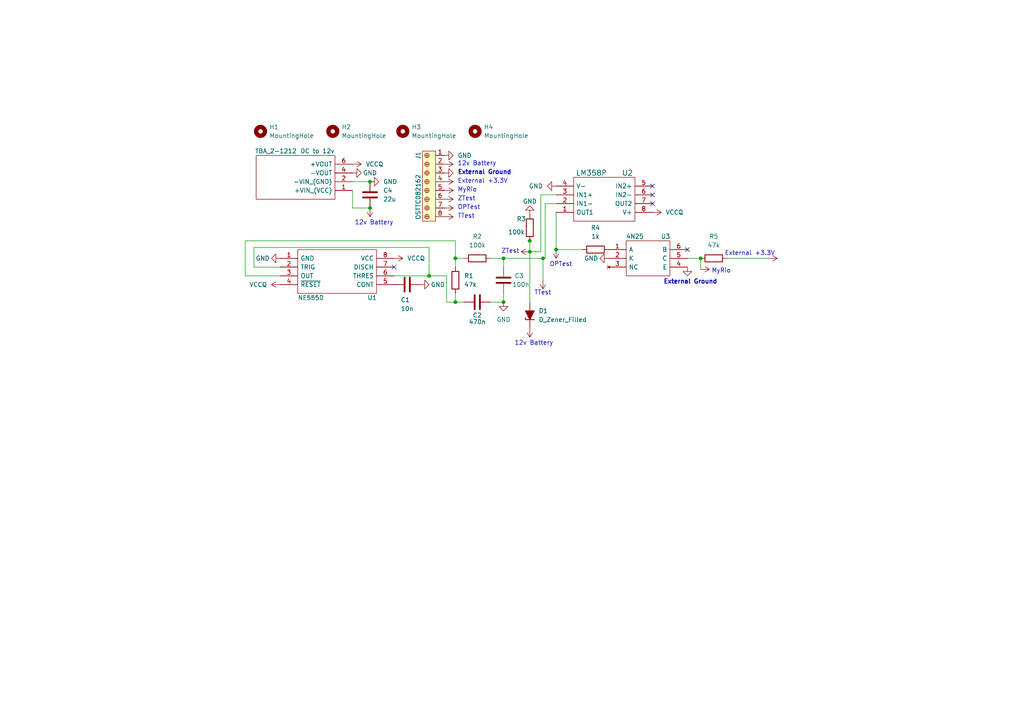
<source format=kicad_sch>
(kicad_sch (version 20211123) (generator eeschema)

  (uuid d7ff867c-37b2-4e8e-9206-047da1e04ff6)

  (paper "A4")

  (title_block
    (date "2023-01-19")
    (rev "v2")
    (comment 4 "Author: Haza Newman")
  )

  (lib_symbols
    (symbol "4N25:4N25" (pin_names (offset 0.762)) (in_bom yes) (on_board yes)
      (property "Reference" "IC" (id 0) (at 19.05 7.62 0)
        (effects (font (size 1.27 1.27)) (justify left))
      )
      (property "Value" "4N25" (id 1) (at 19.05 5.08 0)
        (effects (font (size 1.27 1.27)) (justify left))
      )
      (property "Footprint" "DIP762W60P254L712H480Q6N" (id 2) (at 19.05 2.54 0)
        (effects (font (size 1.27 1.27)) (justify left) hide)
      )
      (property "Datasheet" "http://www.vishay.com/docs/83725/4n25.pdf" (id 3) (at 19.05 0 0)
        (effects (font (size 1.27 1.27)) (justify left) hide)
      )
      (property "Description" "Optocoupler, Phototransistor Output, with Base Connection" (id 4) (at 19.05 -2.54 0)
        (effects (font (size 1.27 1.27)) (justify left) hide)
      )
      (property "Height" "4.8" (id 5) (at 19.05 -5.08 0)
        (effects (font (size 1.27 1.27)) (justify left) hide)
      )
      (property "Manufacturer_Name" "Vishay" (id 6) (at 19.05 -7.62 0)
        (effects (font (size 1.27 1.27)) (justify left) hide)
      )
      (property "Manufacturer_Part_Number" "4N25" (id 7) (at 19.05 -10.16 0)
        (effects (font (size 1.27 1.27)) (justify left) hide)
      )
      (property "Mouser Part Number" "78-4N25" (id 8) (at 19.05 -12.7 0)
        (effects (font (size 1.27 1.27)) (justify left) hide)
      )
      (property "Mouser Price/Stock" "https://www.mouser.co.uk/ProductDetail/Vishay-Semiconductors/4N25?qs=8Ee2Dc0%2F0IdkAlKrFkNMCA%3D%3D" (id 9) (at 19.05 -15.24 0)
        (effects (font (size 1.27 1.27)) (justify left) hide)
      )
      (property "Arrow Part Number" "4N25" (id 10) (at 19.05 -17.78 0)
        (effects (font (size 1.27 1.27)) (justify left) hide)
      )
      (property "Arrow Price/Stock" "https://www.arrow.com/en/products/4n25/vishay?region=europe" (id 11) (at 19.05 -20.32 0)
        (effects (font (size 1.27 1.27)) (justify left) hide)
      )
      (property "Mouser Testing Part Number" "" (id 12) (at 19.05 -22.86 0)
        (effects (font (size 1.27 1.27)) (justify left) hide)
      )
      (property "Mouser Testing Price/Stock" "" (id 13) (at 19.05 -25.4 0)
        (effects (font (size 1.27 1.27)) (justify left) hide)
      )
      (property "ki_description" "Optocoupler, Phototransistor Output, with Base Connection" (id 14) (at 0 0 0)
        (effects (font (size 1.27 1.27)) hide)
      )
      (symbol "4N25_0_0"
        (pin passive line (at 0 0 0) (length 5.08)
          (name "A" (effects (font (size 1.27 1.27))))
          (number "1" (effects (font (size 1.27 1.27))))
        )
        (pin passive line (at 0 -2.54 0) (length 5.08)
          (name "K" (effects (font (size 1.27 1.27))))
          (number "2" (effects (font (size 1.27 1.27))))
        )
        (pin no_connect line (at 0 -5.08 0) (length 5.08)
          (name "NC" (effects (font (size 1.27 1.27))))
          (number "3" (effects (font (size 1.27 1.27))))
        )
        (pin passive line (at 22.86 -5.08 180) (length 5.08)
          (name "E" (effects (font (size 1.27 1.27))))
          (number "4" (effects (font (size 1.27 1.27))))
        )
        (pin passive line (at 22.86 -2.54 180) (length 5.08)
          (name "C" (effects (font (size 1.27 1.27))))
          (number "5" (effects (font (size 1.27 1.27))))
        )
        (pin passive line (at 22.86 0 180) (length 5.08)
          (name "B" (effects (font (size 1.27 1.27))))
          (number "6" (effects (font (size 1.27 1.27))))
        )
      )
      (symbol "4N25_0_1"
        (polyline
          (pts
            (xy 5.08 2.54)
            (xy 17.78 2.54)
            (xy 17.78 -7.62)
            (xy 5.08 -7.62)
            (xy 5.08 2.54)
          )
          (stroke (width 0.1524) (type default) (color 0 0 0 0))
          (fill (type none))
        )
      )
    )
    (symbol "Device:C" (pin_numbers hide) (pin_names (offset 0.254)) (in_bom yes) (on_board yes)
      (property "Reference" "C" (id 0) (at 0.635 2.54 0)
        (effects (font (size 1.27 1.27)) (justify left))
      )
      (property "Value" "C" (id 1) (at 0.635 -2.54 0)
        (effects (font (size 1.27 1.27)) (justify left))
      )
      (property "Footprint" "" (id 2) (at 0.9652 -3.81 0)
        (effects (font (size 1.27 1.27)) hide)
      )
      (property "Datasheet" "~" (id 3) (at 0 0 0)
        (effects (font (size 1.27 1.27)) hide)
      )
      (property "ki_keywords" "cap capacitor" (id 4) (at 0 0 0)
        (effects (font (size 1.27 1.27)) hide)
      )
      (property "ki_description" "Unpolarized capacitor" (id 5) (at 0 0 0)
        (effects (font (size 1.27 1.27)) hide)
      )
      (property "ki_fp_filters" "C_*" (id 6) (at 0 0 0)
        (effects (font (size 1.27 1.27)) hide)
      )
      (symbol "C_0_1"
        (polyline
          (pts
            (xy -2.032 -0.762)
            (xy 2.032 -0.762)
          )
          (stroke (width 0.508) (type default) (color 0 0 0 0))
          (fill (type none))
        )
        (polyline
          (pts
            (xy -2.032 0.762)
            (xy 2.032 0.762)
          )
          (stroke (width 0.508) (type default) (color 0 0 0 0))
          (fill (type none))
        )
      )
      (symbol "C_1_1"
        (pin passive line (at 0 3.81 270) (length 2.794)
          (name "~" (effects (font (size 1.27 1.27))))
          (number "1" (effects (font (size 1.27 1.27))))
        )
        (pin passive line (at 0 -3.81 90) (length 2.794)
          (name "~" (effects (font (size 1.27 1.27))))
          (number "2" (effects (font (size 1.27 1.27))))
        )
      )
    )
    (symbol "Device:D_Zener_Filled" (pin_numbers hide) (pin_names (offset 1.016) hide) (in_bom yes) (on_board yes)
      (property "Reference" "D" (id 0) (at 0 2.54 0)
        (effects (font (size 1.27 1.27)))
      )
      (property "Value" "D_Zener_Filled" (id 1) (at 0 -2.54 0)
        (effects (font (size 1.27 1.27)))
      )
      (property "Footprint" "" (id 2) (at 0 0 0)
        (effects (font (size 1.27 1.27)) hide)
      )
      (property "Datasheet" "~" (id 3) (at 0 0 0)
        (effects (font (size 1.27 1.27)) hide)
      )
      (property "ki_keywords" "diode" (id 4) (at 0 0 0)
        (effects (font (size 1.27 1.27)) hide)
      )
      (property "ki_description" "Zener diode, filled shape" (id 5) (at 0 0 0)
        (effects (font (size 1.27 1.27)) hide)
      )
      (property "ki_fp_filters" "TO-???* *_Diode_* *SingleDiode* D_*" (id 6) (at 0 0 0)
        (effects (font (size 1.27 1.27)) hide)
      )
      (symbol "D_Zener_Filled_0_1"
        (polyline
          (pts
            (xy 1.27 0)
            (xy -1.27 0)
          )
          (stroke (width 0) (type default) (color 0 0 0 0))
          (fill (type none))
        )
        (polyline
          (pts
            (xy -1.27 -1.27)
            (xy -1.27 1.27)
            (xy -0.762 1.27)
          )
          (stroke (width 0.254) (type default) (color 0 0 0 0))
          (fill (type none))
        )
        (polyline
          (pts
            (xy 1.27 -1.27)
            (xy 1.27 1.27)
            (xy -1.27 0)
            (xy 1.27 -1.27)
          )
          (stroke (width 0.254) (type default) (color 0 0 0 0))
          (fill (type outline))
        )
      )
      (symbol "D_Zener_Filled_1_1"
        (pin passive line (at -3.81 0 0) (length 2.54)
          (name "K" (effects (font (size 1.27 1.27))))
          (number "1" (effects (font (size 1.27 1.27))))
        )
        (pin passive line (at 3.81 0 180) (length 2.54)
          (name "A" (effects (font (size 1.27 1.27))))
          (number "2" (effects (font (size 1.27 1.27))))
        )
      )
    )
    (symbol "Device:R" (pin_numbers hide) (pin_names (offset 0)) (in_bom yes) (on_board yes)
      (property "Reference" "R" (id 0) (at 2.032 0 90)
        (effects (font (size 1.27 1.27)))
      )
      (property "Value" "R" (id 1) (at 0 0 90)
        (effects (font (size 1.27 1.27)))
      )
      (property "Footprint" "" (id 2) (at -1.778 0 90)
        (effects (font (size 1.27 1.27)) hide)
      )
      (property "Datasheet" "~" (id 3) (at 0 0 0)
        (effects (font (size 1.27 1.27)) hide)
      )
      (property "ki_keywords" "R res resistor" (id 4) (at 0 0 0)
        (effects (font (size 1.27 1.27)) hide)
      )
      (property "ki_description" "Resistor" (id 5) (at 0 0 0)
        (effects (font (size 1.27 1.27)) hide)
      )
      (property "ki_fp_filters" "R_*" (id 6) (at 0 0 0)
        (effects (font (size 1.27 1.27)) hide)
      )
      (symbol "R_0_1"
        (rectangle (start -1.016 -2.54) (end 1.016 2.54)
          (stroke (width 0.254) (type default) (color 0 0 0 0))
          (fill (type none))
        )
      )
      (symbol "R_1_1"
        (pin passive line (at 0 3.81 270) (length 1.27)
          (name "~" (effects (font (size 1.27 1.27))))
          (number "1" (effects (font (size 1.27 1.27))))
        )
        (pin passive line (at 0 -3.81 90) (length 1.27)
          (name "~" (effects (font (size 1.27 1.27))))
          (number "2" (effects (font (size 1.27 1.27))))
        )
      )
    )
    (symbol "LM358P:LM358P" (pin_names (offset 0.762)) (in_bom yes) (on_board yes)
      (property "Reference" "IC" (id 0) (at 24.13 7.62 0)
        (effects (font (size 1.27 1.27)) (justify left))
      )
      (property "Value" "LM358P" (id 1) (at 24.13 5.08 0)
        (effects (font (size 1.27 1.27)) (justify left))
      )
      (property "Footprint" "DIP794W53P254L959H508Q8N" (id 2) (at 24.13 2.54 0)
        (effects (font (size 1.27 1.27)) (justify left) hide)
      )
      (property "Datasheet" "http://www.ti.com/lit/ds/symlink/lm358a.pdf" (id 3) (at 24.13 0 0)
        (effects (font (size 1.27 1.27)) (justify left) hide)
      )
      (property "Description" "LM358P, Dual Operational Amplifier 0.7MHz 5 to 28V, 8-Pin PDIP" (id 4) (at 24.13 -2.54 0)
        (effects (font (size 1.27 1.27)) (justify left) hide)
      )
      (property "Height" "5.08" (id 5) (at 24.13 -5.08 0)
        (effects (font (size 1.27 1.27)) (justify left) hide)
      )
      (property "Manufacturer_Name" "Texas Instruments" (id 6) (at 24.13 -7.62 0)
        (effects (font (size 1.27 1.27)) (justify left) hide)
      )
      (property "Manufacturer_Part_Number" "LM358P" (id 7) (at 24.13 -10.16 0)
        (effects (font (size 1.27 1.27)) (justify left) hide)
      )
      (property "Mouser Part Number" "595-LM358P" (id 8) (at 24.13 -12.7 0)
        (effects (font (size 1.27 1.27)) (justify left) hide)
      )
      (property "Mouser Price/Stock" "https://www.mouser.co.uk/ProductDetail/Texas-Instruments/LM358P?qs=X1HXWTtiZ0QtOTT8%252BVnsyw%3D%3D" (id 9) (at 24.13 -15.24 0)
        (effects (font (size 1.27 1.27)) (justify left) hide)
      )
      (property "Arrow Part Number" "LM358P" (id 10) (at 24.13 -17.78 0)
        (effects (font (size 1.27 1.27)) (justify left) hide)
      )
      (property "Arrow Price/Stock" "https://www.arrow.com/en/products/lm358p/texas-instruments?region=nac" (id 11) (at 24.13 -20.32 0)
        (effects (font (size 1.27 1.27)) (justify left) hide)
      )
      (property "Mouser Testing Part Number" "" (id 12) (at 24.13 -22.86 0)
        (effects (font (size 1.27 1.27)) (justify left) hide)
      )
      (property "Mouser Testing Price/Stock" "" (id 13) (at 24.13 -25.4 0)
        (effects (font (size 1.27 1.27)) (justify left) hide)
      )
      (property "ki_description" "LM358P, Dual Operational Amplifier 0.7MHz 5 to 28V, 8-Pin PDIP" (id 14) (at 0 0 0)
        (effects (font (size 1.27 1.27)) hide)
      )
      (symbol "LM358P_0_0"
        (pin passive line (at 0 0 0) (length 5.08)
          (name "OUT1" (effects (font (size 1.27 1.27))))
          (number "1" (effects (font (size 1.27 1.27))))
        )
        (pin passive line (at 0 -2.54 0) (length 5.08)
          (name "IN1-" (effects (font (size 1.27 1.27))))
          (number "2" (effects (font (size 1.27 1.27))))
        )
        (pin passive line (at 0 -5.08 0) (length 5.08)
          (name "IN1+" (effects (font (size 1.27 1.27))))
          (number "3" (effects (font (size 1.27 1.27))))
        )
        (pin passive line (at 0 -7.62 0) (length 5.08)
          (name "V-" (effects (font (size 1.27 1.27))))
          (number "4" (effects (font (size 1.27 1.27))))
        )
        (pin passive line (at 27.94 -7.62 180) (length 5.08)
          (name "IN2+" (effects (font (size 1.27 1.27))))
          (number "5" (effects (font (size 1.27 1.27))))
        )
        (pin passive line (at 27.94 -5.08 180) (length 5.08)
          (name "IN2-" (effects (font (size 1.27 1.27))))
          (number "6" (effects (font (size 1.27 1.27))))
        )
        (pin passive line (at 27.94 -2.54 180) (length 5.08)
          (name "OUT2" (effects (font (size 1.27 1.27))))
          (number "7" (effects (font (size 1.27 1.27))))
        )
        (pin passive line (at 27.94 0 180) (length 5.08)
          (name "V+" (effects (font (size 1.27 1.27))))
          (number "8" (effects (font (size 1.27 1.27))))
        )
      )
      (symbol "LM358P_0_1"
        (polyline
          (pts
            (xy 5.08 2.54)
            (xy 22.86 2.54)
            (xy 22.86 -10.16)
            (xy 5.08 -10.16)
            (xy 5.08 2.54)
          )
          (stroke (width 0.1524) (type default) (color 0 0 0 0))
          (fill (type none))
        )
      )
    )
    (symbol "Mechanical:MountingHole" (pin_names (offset 1.016)) (in_bom yes) (on_board yes)
      (property "Reference" "H" (id 0) (at 0 5.08 0)
        (effects (font (size 1.27 1.27)))
      )
      (property "Value" "MountingHole" (id 1) (at 0 3.175 0)
        (effects (font (size 1.27 1.27)))
      )
      (property "Footprint" "" (id 2) (at 0 0 0)
        (effects (font (size 1.27 1.27)) hide)
      )
      (property "Datasheet" "~" (id 3) (at 0 0 0)
        (effects (font (size 1.27 1.27)) hide)
      )
      (property "ki_keywords" "mounting hole" (id 4) (at 0 0 0)
        (effects (font (size 1.27 1.27)) hide)
      )
      (property "ki_description" "Mounting Hole without connection" (id 5) (at 0 0 0)
        (effects (font (size 1.27 1.27)) hide)
      )
      (property "ki_fp_filters" "MountingHole*" (id 6) (at 0 0 0)
        (effects (font (size 1.27 1.27)) hide)
      )
      (symbol "MountingHole_0_1"
        (circle (center 0 0) (radius 1.27)
          (stroke (width 1.27) (type default) (color 0 0 0 0))
          (fill (type none))
        )
      )
    )
    (symbol "NE555DR:NE555DR" (pin_names (offset 0.762)) (in_bom yes) (on_board yes)
      (property "Reference" "IC" (id 0) (at 29.21 7.62 0)
        (effects (font (size 1.27 1.27)) (justify left))
      )
      (property "Value" "NE555DR" (id 1) (at 29.21 5.08 0)
        (effects (font (size 1.27 1.27)) (justify left))
      )
      (property "Footprint" "SOIC127P600X175-8N" (id 2) (at 29.21 2.54 0)
        (effects (font (size 1.27 1.27)) (justify left) hide)
      )
      (property "Datasheet" "https://www.ti.com/lit/gpn/ne555" (id 3) (at 29.21 0 0)
        (effects (font (size 1.27 1.27)) (justify left) hide)
      )
      (property "Description" "Single Precision Timer" (id 4) (at 29.21 -2.54 0)
        (effects (font (size 1.27 1.27)) (justify left) hide)
      )
      (property "Height" "1.75" (id 5) (at 29.21 -5.08 0)
        (effects (font (size 1.27 1.27)) (justify left) hide)
      )
      (property "Manufacturer_Name" "Texas Instruments" (id 6) (at 29.21 -7.62 0)
        (effects (font (size 1.27 1.27)) (justify left) hide)
      )
      (property "Manufacturer_Part_Number" "NE555DR" (id 7) (at 29.21 -10.16 0)
        (effects (font (size 1.27 1.27)) (justify left) hide)
      )
      (property "Mouser Part Number" "595-NE555DR" (id 8) (at 29.21 -12.7 0)
        (effects (font (size 1.27 1.27)) (justify left) hide)
      )
      (property "Mouser Price/Stock" "https://www.mouser.co.uk/ProductDetail/Texas-Instruments/NE555DR?qs=gb35HGp1gQJ5U8ZthvvoVQ%3D%3D" (id 9) (at 29.21 -15.24 0)
        (effects (font (size 1.27 1.27)) (justify left) hide)
      )
      (property "Arrow Part Number" "NE555DR" (id 10) (at 29.21 -17.78 0)
        (effects (font (size 1.27 1.27)) (justify left) hide)
      )
      (property "Arrow Price/Stock" "https://www.arrow.com/en/products/ne555dr/texas-instruments?region=nac" (id 11) (at 29.21 -20.32 0)
        (effects (font (size 1.27 1.27)) (justify left) hide)
      )
      (property "Mouser Testing Part Number" "" (id 12) (at 29.21 -22.86 0)
        (effects (font (size 1.27 1.27)) (justify left) hide)
      )
      (property "Mouser Testing Price/Stock" "" (id 13) (at 29.21 -25.4 0)
        (effects (font (size 1.27 1.27)) (justify left) hide)
      )
      (property "ki_description" "Single Precision Timer" (id 14) (at 0 0 0)
        (effects (font (size 1.27 1.27)) hide)
      )
      (symbol "NE555DR_0_0"
        (pin passive line (at 0 0 0) (length 5.08)
          (name "GND" (effects (font (size 1.27 1.27))))
          (number "1" (effects (font (size 1.27 1.27))))
        )
        (pin passive line (at 0 -2.54 0) (length 5.08)
          (name "TRIG" (effects (font (size 1.27 1.27))))
          (number "2" (effects (font (size 1.27 1.27))))
        )
        (pin passive line (at 0 -5.08 0) (length 5.08)
          (name "OUT" (effects (font (size 1.27 1.27))))
          (number "3" (effects (font (size 1.27 1.27))))
        )
        (pin passive line (at 0 -7.62 0) (length 5.08)
          (name "~{RESET}" (effects (font (size 1.27 1.27))))
          (number "4" (effects (font (size 1.27 1.27))))
        )
        (pin passive line (at 33.02 -7.62 180) (length 5.08)
          (name "CONT" (effects (font (size 1.27 1.27))))
          (number "5" (effects (font (size 1.27 1.27))))
        )
        (pin passive line (at 33.02 -5.08 180) (length 5.08)
          (name "THRES" (effects (font (size 1.27 1.27))))
          (number "6" (effects (font (size 1.27 1.27))))
        )
        (pin passive line (at 33.02 -2.54 180) (length 5.08)
          (name "DISCH" (effects (font (size 1.27 1.27))))
          (number "7" (effects (font (size 1.27 1.27))))
        )
        (pin passive line (at 33.02 0 180) (length 5.08)
          (name "VCC" (effects (font (size 1.27 1.27))))
          (number "8" (effects (font (size 1.27 1.27))))
        )
      )
      (symbol "NE555DR_0_1"
        (polyline
          (pts
            (xy 5.08 2.54)
            (xy 27.94 2.54)
            (xy 27.94 -10.16)
            (xy 5.08 -10.16)
            (xy 5.08 2.54)
          )
          (stroke (width 0.1524) (type default) (color 0 0 0 0))
          (fill (type none))
        )
      )
    )
    (symbol "TBA_2-1212:TBA_2-1212" (pin_names (offset 0.762)) (in_bom yes) (on_board yes)
      (property "Reference" "PS" (id 0) (at 29.21 7.62 0)
        (effects (font (size 1.27 1.27)) (justify left))
      )
      (property "Value" "TBA_2-1212" (id 1) (at 29.21 5.08 0)
        (effects (font (size 1.27 1.27)) (justify left))
      )
      (property "Footprint" "TBA22412" (id 2) (at 29.21 2.54 0)
        (effects (font (size 1.27 1.27)) (justify left) hide)
      )
      (property "Datasheet" "https://tracopower.com/tba2-datasheet/" (id 3) (at 29.21 0 0)
        (effects (font (size 1.27 1.27)) (justify left) hide)
      )
      (property "Description" "2 Watt DC/DC converter, industrial, +/-10% input, short circuit protection, unregulated, encapsulated, SIP-7" (id 4) (at 29.21 -2.54 0)
        (effects (font (size 1.27 1.27)) (justify left) hide)
      )
      (property "Height" "10.2" (id 5) (at 29.21 -5.08 0)
        (effects (font (size 1.27 1.27)) (justify left) hide)
      )
      (property "Manufacturer_Name" "Traco Power" (id 6) (at 29.21 -7.62 0)
        (effects (font (size 1.27 1.27)) (justify left) hide)
      )
      (property "Manufacturer_Part_Number" "TBA 2-1212" (id 7) (at 29.21 -10.16 0)
        (effects (font (size 1.27 1.27)) (justify left) hide)
      )
      (property "Mouser Part Number" "495-TBA2-1212" (id 8) (at 29.21 -12.7 0)
        (effects (font (size 1.27 1.27)) (justify left) hide)
      )
      (property "Mouser Price/Stock" "https://www.mouser.co.uk/ProductDetail/TRACO-Power/TBA-2-1212?qs=byeeYqUIh0ON8U3yVOJqLg%3D%3D" (id 9) (at 29.21 -15.24 0)
        (effects (font (size 1.27 1.27)) (justify left) hide)
      )
      (property "Arrow Part Number" "" (id 10) (at 29.21 -17.78 0)
        (effects (font (size 1.27 1.27)) (justify left) hide)
      )
      (property "Arrow Price/Stock" "" (id 11) (at 29.21 -20.32 0)
        (effects (font (size 1.27 1.27)) (justify left) hide)
      )
      (property "Mouser Testing Part Number" "" (id 12) (at 29.21 -22.86 0)
        (effects (font (size 1.27 1.27)) (justify left) hide)
      )
      (property "Mouser Testing Price/Stock" "" (id 13) (at 29.21 -25.4 0)
        (effects (font (size 1.27 1.27)) (justify left) hide)
      )
      (property "ki_description" "2 Watt DC/DC converter, industrial, +/-10% input, short circuit protection, unregulated, encapsulated, SIP-7" (id 14) (at 0 0 0)
        (effects (font (size 1.27 1.27)) hide)
      )
      (symbol "TBA_2-1212_0_0"
        (pin passive line (at 0 0 0) (length 5.08)
          (name "+VIN_(VCC)" (effects (font (size 1.27 1.27))))
          (number "1" (effects (font (size 1.27 1.27))))
        )
        (pin passive line (at 0 -2.54 0) (length 5.08)
          (name "-VIN_(GND)" (effects (font (size 1.27 1.27))))
          (number "2" (effects (font (size 1.27 1.27))))
        )
        (pin passive line (at 0 -5.08 0) (length 5.08)
          (name "-VOUT" (effects (font (size 1.27 1.27))))
          (number "4" (effects (font (size 1.27 1.27))))
        )
        (pin passive line (at 0 -7.62 0) (length 5.08)
          (name "+VOUT" (effects (font (size 1.27 1.27))))
          (number "6" (effects (font (size 1.27 1.27))))
        )
      )
      (symbol "TBA_2-1212_0_1"
        (polyline
          (pts
            (xy 5.08 2.54)
            (xy 27.94 2.54)
            (xy 27.94 -10.16)
            (xy 5.08 -10.16)
            (xy 5.08 2.54)
          )
          (stroke (width 0.1524) (type default) (color 0 0 0 0))
          (fill (type none))
        )
      )
    )
    (symbol "dk_Terminal-Blocks-Wire-to-Board:OSTTC082162" (pin_names (offset 1.016)) (in_bom yes) (on_board yes)
      (property "Reference" "J" (id 0) (at -2.54 -1.27 0)
        (effects (font (size 1.27 1.27)) (justify right))
      )
      (property "Value" "OSTTC082162" (id 1) (at 8.89 -5.08 0)
        (effects (font (size 1.27 1.27)))
      )
      (property "Footprint" "digikey-footprints:Term_Block_1x8_P5.08mm" (id 2) (at 5.08 5.08 0)
        (effects (font (size 1.524 1.524)) (justify left) hide)
      )
      (property "Datasheet" "http://www.on-shore.com/wp-content/uploads/OSTTCXX2162.pdf" (id 3) (at 5.08 7.62 0)
        (effects (font (size 1.524 1.524)) (justify left) hide)
      )
      (property "Digi-Key_PN" "ED2615-ND" (id 4) (at 5.08 10.16 0)
        (effects (font (size 1.524 1.524)) (justify left) hide)
      )
      (property "MPN" "OSTTC082162" (id 5) (at 5.08 12.7 0)
        (effects (font (size 1.524 1.524)) (justify left) hide)
      )
      (property "Category" "Connectors, Interconnects" (id 6) (at 5.08 15.24 0)
        (effects (font (size 1.524 1.524)) (justify left) hide)
      )
      (property "Family" "Terminal Blocks - Wire to Board" (id 7) (at 5.08 17.78 0)
        (effects (font (size 1.524 1.524)) (justify left) hide)
      )
      (property "DK_Datasheet_Link" "http://www.on-shore.com/wp-content/uploads/OSTTCXX2162.pdf" (id 8) (at 5.08 20.32 0)
        (effects (font (size 1.524 1.524)) (justify left) hide)
      )
      (property "DK_Detail_Page" "/product-detail/en/on-shore-technology-inc/OSTTC082162/ED2615-ND/614564" (id 9) (at 5.08 22.86 0)
        (effects (font (size 1.524 1.524)) (justify left) hide)
      )
      (property "Description" "TERM BLK 8P SIDE ENT 5.08MM PCB" (id 10) (at 5.08 25.4 0)
        (effects (font (size 1.524 1.524)) (justify left) hide)
      )
      (property "Manufacturer" "On Shore Technology Inc." (id 11) (at 5.08 27.94 0)
        (effects (font (size 1.524 1.524)) (justify left) hide)
      )
      (property "Status" "Active" (id 12) (at 5.08 30.48 0)
        (effects (font (size 1.524 1.524)) (justify left) hide)
      )
      (property "ki_keywords" "ED2615-ND OSTTC" (id 13) (at 0 0 0)
        (effects (font (size 1.27 1.27)) hide)
      )
      (property "ki_description" "TERM BLK 8P SIDE ENT 5.08MM PCB" (id 14) (at 0 0 0)
        (effects (font (size 1.27 1.27)) hide)
      )
      (symbol "OSTTC082162_1_1"
        (rectangle (start -1.27 0) (end 19.05 -3.81)
          (stroke (width 0) (type default) (color 0 0 0 0))
          (fill (type background))
        )
        (circle (center 0 -2.54) (radius 0.635)
          (stroke (width 0) (type default) (color 0 0 0 0))
          (fill (type none))
        )
        (polyline
          (pts
            (xy 0 -1.905)
            (xy 0 -3.175)
          )
          (stroke (width 0) (type default) (color 0 0 0 0))
          (fill (type none))
        )
        (polyline
          (pts
            (xy 0.635 -2.54)
            (xy -0.635 -2.54)
          )
          (stroke (width 0) (type default) (color 0 0 0 0))
          (fill (type none))
        )
        (polyline
          (pts
            (xy 1.905 -2.54)
            (xy 3.175 -2.54)
          )
          (stroke (width 0) (type default) (color 0 0 0 0))
          (fill (type none))
        )
        (polyline
          (pts
            (xy 2.54 -1.905)
            (xy 2.54 -3.175)
          )
          (stroke (width 0) (type default) (color 0 0 0 0))
          (fill (type none))
        )
        (polyline
          (pts
            (xy 5.08 -1.905)
            (xy 5.08 -3.175)
          )
          (stroke (width 0) (type default) (color 0 0 0 0))
          (fill (type none))
        )
        (polyline
          (pts
            (xy 5.715 -2.54)
            (xy 4.445 -2.54)
          )
          (stroke (width 0) (type default) (color 0 0 0 0))
          (fill (type none))
        )
        (polyline
          (pts
            (xy 6.985 -2.54)
            (xy 8.255 -2.54)
          )
          (stroke (width 0) (type default) (color 0 0 0 0))
          (fill (type none))
        )
        (polyline
          (pts
            (xy 7.62 -1.905)
            (xy 7.62 -3.175)
          )
          (stroke (width 0) (type default) (color 0 0 0 0))
          (fill (type none))
        )
        (polyline
          (pts
            (xy 10.16 -1.905)
            (xy 10.16 -3.175)
          )
          (stroke (width 0) (type default) (color 0 0 0 0))
          (fill (type none))
        )
        (polyline
          (pts
            (xy 10.795 -2.54)
            (xy 9.525 -2.54)
          )
          (stroke (width 0) (type default) (color 0 0 0 0))
          (fill (type none))
        )
        (polyline
          (pts
            (xy 12.065 -2.54)
            (xy 13.335 -2.54)
          )
          (stroke (width 0) (type default) (color 0 0 0 0))
          (fill (type none))
        )
        (polyline
          (pts
            (xy 12.7 -1.905)
            (xy 12.7 -3.175)
          )
          (stroke (width 0) (type default) (color 0 0 0 0))
          (fill (type none))
        )
        (polyline
          (pts
            (xy 15.24 -1.905)
            (xy 15.24 -3.175)
          )
          (stroke (width 0) (type default) (color 0 0 0 0))
          (fill (type none))
        )
        (polyline
          (pts
            (xy 15.875 -2.54)
            (xy 14.605 -2.54)
          )
          (stroke (width 0) (type default) (color 0 0 0 0))
          (fill (type none))
        )
        (polyline
          (pts
            (xy 17.145 -2.54)
            (xy 18.415 -2.54)
          )
          (stroke (width 0) (type default) (color 0 0 0 0))
          (fill (type none))
        )
        (polyline
          (pts
            (xy 17.78 -1.905)
            (xy 17.78 -3.175)
          )
          (stroke (width 0) (type default) (color 0 0 0 0))
          (fill (type none))
        )
        (circle (center 2.54 -2.54) (radius 0.635)
          (stroke (width 0) (type default) (color 0 0 0 0))
          (fill (type none))
        )
        (circle (center 5.08 -2.54) (radius 0.635)
          (stroke (width 0) (type default) (color 0 0 0 0))
          (fill (type none))
        )
        (circle (center 7.62 -2.54) (radius 0.635)
          (stroke (width 0) (type default) (color 0 0 0 0))
          (fill (type none))
        )
        (circle (center 10.16 -2.54) (radius 0.635)
          (stroke (width 0) (type default) (color 0 0 0 0))
          (fill (type none))
        )
        (circle (center 12.7 -2.54) (radius 0.635)
          (stroke (width 0) (type default) (color 0 0 0 0))
          (fill (type none))
        )
        (circle (center 15.24 -2.54) (radius 0.635)
          (stroke (width 0) (type default) (color 0 0 0 0))
          (fill (type none))
        )
        (circle (center 17.78 -2.54) (radius 0.635)
          (stroke (width 0) (type default) (color 0 0 0 0))
          (fill (type none))
        )
        (pin passive line (at 0 2.54 270) (length 2.54)
          (name "~" (effects (font (size 1.27 1.27))))
          (number "1" (effects (font (size 1.27 1.27))))
        )
        (pin passive line (at 2.54 2.54 270) (length 2.54)
          (name "~" (effects (font (size 1.27 1.27))))
          (number "2" (effects (font (size 1.27 1.27))))
        )
        (pin passive line (at 5.08 2.54 270) (length 2.54)
          (name "~" (effects (font (size 1.27 1.27))))
          (number "3" (effects (font (size 1.27 1.27))))
        )
        (pin passive line (at 7.62 2.54 270) (length 2.54)
          (name "~" (effects (font (size 1.27 1.27))))
          (number "4" (effects (font (size 1.27 1.27))))
        )
        (pin passive line (at 10.16 2.54 270) (length 2.54)
          (name "~" (effects (font (size 1.27 1.27))))
          (number "5" (effects (font (size 1.27 1.27))))
        )
        (pin passive line (at 12.7 2.54 270) (length 2.54)
          (name "~" (effects (font (size 1.27 1.27))))
          (number "6" (effects (font (size 1.27 1.27))))
        )
        (pin passive line (at 15.24 2.54 270) (length 2.54)
          (name "~" (effects (font (size 1.27 1.27))))
          (number "7" (effects (font (size 1.27 1.27))))
        )
        (pin passive line (at 17.78 2.54 270) (length 2.54)
          (name "~" (effects (font (size 1.27 1.27))))
          (number "8" (effects (font (size 1.27 1.27))))
        )
      )
    )
    (symbol "power:+3.3V" (power) (pin_names (offset 0)) (in_bom yes) (on_board yes)
      (property "Reference" "#PWR" (id 0) (at 0 -3.81 0)
        (effects (font (size 1.27 1.27)) hide)
      )
      (property "Value" "+3.3V" (id 1) (at 0 3.556 0)
        (effects (font (size 1.27 1.27)))
      )
      (property "Footprint" "" (id 2) (at 0 0 0)
        (effects (font (size 1.27 1.27)) hide)
      )
      (property "Datasheet" "" (id 3) (at 0 0 0)
        (effects (font (size 1.27 1.27)) hide)
      )
      (property "ki_keywords" "power-flag" (id 4) (at 0 0 0)
        (effects (font (size 1.27 1.27)) hide)
      )
      (property "ki_description" "Power symbol creates a global label with name \"+3.3V\"" (id 5) (at 0 0 0)
        (effects (font (size 1.27 1.27)) hide)
      )
      (symbol "+3.3V_0_1"
        (polyline
          (pts
            (xy -0.762 1.27)
            (xy 0 2.54)
          )
          (stroke (width 0) (type default) (color 0 0 0 0))
          (fill (type none))
        )
        (polyline
          (pts
            (xy 0 0)
            (xy 0 2.54)
          )
          (stroke (width 0) (type default) (color 0 0 0 0))
          (fill (type none))
        )
        (polyline
          (pts
            (xy 0 2.54)
            (xy 0.762 1.27)
          )
          (stroke (width 0) (type default) (color 0 0 0 0))
          (fill (type none))
        )
      )
      (symbol "+3.3V_1_1"
        (pin power_in line (at 0 0 90) (length 0) hide
          (name "+3.3V" (effects (font (size 1.27 1.27))))
          (number "1" (effects (font (size 1.27 1.27))))
        )
      )
    )
    (symbol "power:GND" (power) (pin_names (offset 0)) (in_bom yes) (on_board yes)
      (property "Reference" "#PWR" (id 0) (at 0 -6.35 0)
        (effects (font (size 1.27 1.27)) hide)
      )
      (property "Value" "GND" (id 1) (at 0 -3.81 0)
        (effects (font (size 1.27 1.27)))
      )
      (property "Footprint" "" (id 2) (at 0 0 0)
        (effects (font (size 1.27 1.27)) hide)
      )
      (property "Datasheet" "" (id 3) (at 0 0 0)
        (effects (font (size 1.27 1.27)) hide)
      )
      (property "ki_keywords" "power-flag" (id 4) (at 0 0 0)
        (effects (font (size 1.27 1.27)) hide)
      )
      (property "ki_description" "Power symbol creates a global label with name \"GND\" , ground" (id 5) (at 0 0 0)
        (effects (font (size 1.27 1.27)) hide)
      )
      (symbol "GND_0_1"
        (polyline
          (pts
            (xy 0 0)
            (xy 0 -1.27)
            (xy 1.27 -1.27)
            (xy 0 -2.54)
            (xy -1.27 -1.27)
            (xy 0 -1.27)
          )
          (stroke (width 0) (type default) (color 0 0 0 0))
          (fill (type none))
        )
      )
      (symbol "GND_1_1"
        (pin power_in line (at 0 0 270) (length 0) hide
          (name "GND" (effects (font (size 1.27 1.27))))
          (number "1" (effects (font (size 1.27 1.27))))
        )
      )
    )
    (symbol "power:GND2" (power) (pin_names (offset 0)) (in_bom yes) (on_board yes)
      (property "Reference" "#PWR" (id 0) (at 0 -6.35 0)
        (effects (font (size 1.27 1.27)) hide)
      )
      (property "Value" "GND2" (id 1) (at 0 -3.81 0)
        (effects (font (size 1.27 1.27)))
      )
      (property "Footprint" "" (id 2) (at 0 0 0)
        (effects (font (size 1.27 1.27)) hide)
      )
      (property "Datasheet" "" (id 3) (at 0 0 0)
        (effects (font (size 1.27 1.27)) hide)
      )
      (property "ki_keywords" "power-flag" (id 4) (at 0 0 0)
        (effects (font (size 1.27 1.27)) hide)
      )
      (property "ki_description" "Power symbol creates a global label with name \"GND2\" , ground" (id 5) (at 0 0 0)
        (effects (font (size 1.27 1.27)) hide)
      )
      (symbol "GND2_0_1"
        (polyline
          (pts
            (xy 0 0)
            (xy 0 -1.27)
            (xy 1.27 -1.27)
            (xy 0 -2.54)
            (xy -1.27 -1.27)
            (xy 0 -1.27)
          )
          (stroke (width 0) (type default) (color 0 0 0 0))
          (fill (type none))
        )
      )
      (symbol "GND2_1_1"
        (pin power_in line (at 0 0 270) (length 0) hide
          (name "GND2" (effects (font (size 1.27 1.27))))
          (number "1" (effects (font (size 1.27 1.27))))
        )
      )
    )
    (symbol "power:VAA" (power) (pin_names (offset 0)) (in_bom yes) (on_board yes)
      (property "Reference" "#PWR" (id 0) (at 0 -3.81 0)
        (effects (font (size 1.27 1.27)) hide)
      )
      (property "Value" "VAA" (id 1) (at 0 3.81 0)
        (effects (font (size 1.27 1.27)))
      )
      (property "Footprint" "" (id 2) (at 0 0 0)
        (effects (font (size 1.27 1.27)) hide)
      )
      (property "Datasheet" "" (id 3) (at 0 0 0)
        (effects (font (size 1.27 1.27)) hide)
      )
      (property "ki_keywords" "power-flag" (id 4) (at 0 0 0)
        (effects (font (size 1.27 1.27)) hide)
      )
      (property "ki_description" "Power symbol creates a global label with name \"VAA\"" (id 5) (at 0 0 0)
        (effects (font (size 1.27 1.27)) hide)
      )
      (symbol "VAA_0_1"
        (polyline
          (pts
            (xy -0.762 1.27)
            (xy 0 2.54)
          )
          (stroke (width 0) (type default) (color 0 0 0 0))
          (fill (type none))
        )
        (polyline
          (pts
            (xy 0 0)
            (xy 0 2.54)
          )
          (stroke (width 0) (type default) (color 0 0 0 0))
          (fill (type none))
        )
        (polyline
          (pts
            (xy 0 2.54)
            (xy 0.762 1.27)
          )
          (stroke (width 0) (type default) (color 0 0 0 0))
          (fill (type none))
        )
      )
      (symbol "VAA_1_1"
        (pin power_in line (at 0 0 90) (length 0) hide
          (name "VAA" (effects (font (size 1.27 1.27))))
          (number "1" (effects (font (size 1.27 1.27))))
        )
      )
    )
    (symbol "power:VBUS" (power) (pin_names (offset 0)) (in_bom yes) (on_board yes)
      (property "Reference" "#PWR" (id 0) (at 0 -3.81 0)
        (effects (font (size 1.27 1.27)) hide)
      )
      (property "Value" "VBUS" (id 1) (at 0 3.81 0)
        (effects (font (size 1.27 1.27)))
      )
      (property "Footprint" "" (id 2) (at 0 0 0)
        (effects (font (size 1.27 1.27)) hide)
      )
      (property "Datasheet" "" (id 3) (at 0 0 0)
        (effects (font (size 1.27 1.27)) hide)
      )
      (property "ki_keywords" "power-flag" (id 4) (at 0 0 0)
        (effects (font (size 1.27 1.27)) hide)
      )
      (property "ki_description" "Power symbol creates a global label with name \"VBUS\"" (id 5) (at 0 0 0)
        (effects (font (size 1.27 1.27)) hide)
      )
      (symbol "VBUS_0_1"
        (polyline
          (pts
            (xy -0.762 1.27)
            (xy 0 2.54)
          )
          (stroke (width 0) (type default) (color 0 0 0 0))
          (fill (type none))
        )
        (polyline
          (pts
            (xy 0 0)
            (xy 0 2.54)
          )
          (stroke (width 0) (type default) (color 0 0 0 0))
          (fill (type none))
        )
        (polyline
          (pts
            (xy 0 2.54)
            (xy 0.762 1.27)
          )
          (stroke (width 0) (type default) (color 0 0 0 0))
          (fill (type none))
        )
      )
      (symbol "VBUS_1_1"
        (pin power_in line (at 0 0 90) (length 0) hide
          (name "VBUS" (effects (font (size 1.27 1.27))))
          (number "1" (effects (font (size 1.27 1.27))))
        )
      )
    )
    (symbol "power:VCC" (power) (pin_names (offset 0)) (in_bom yes) (on_board yes)
      (property "Reference" "#PWR" (id 0) (at 0 -3.81 0)
        (effects (font (size 1.27 1.27)) hide)
      )
      (property "Value" "VCC" (id 1) (at 0 3.81 0)
        (effects (font (size 1.27 1.27)))
      )
      (property "Footprint" "" (id 2) (at 0 0 0)
        (effects (font (size 1.27 1.27)) hide)
      )
      (property "Datasheet" "" (id 3) (at 0 0 0)
        (effects (font (size 1.27 1.27)) hide)
      )
      (property "ki_keywords" "power-flag" (id 4) (at 0 0 0)
        (effects (font (size 1.27 1.27)) hide)
      )
      (property "ki_description" "Power symbol creates a global label with name \"VCC\"" (id 5) (at 0 0 0)
        (effects (font (size 1.27 1.27)) hide)
      )
      (symbol "VCC_0_1"
        (polyline
          (pts
            (xy -0.762 1.27)
            (xy 0 2.54)
          )
          (stroke (width 0) (type default) (color 0 0 0 0))
          (fill (type none))
        )
        (polyline
          (pts
            (xy 0 0)
            (xy 0 2.54)
          )
          (stroke (width 0) (type default) (color 0 0 0 0))
          (fill (type none))
        )
        (polyline
          (pts
            (xy 0 2.54)
            (xy 0.762 1.27)
          )
          (stroke (width 0) (type default) (color 0 0 0 0))
          (fill (type none))
        )
      )
      (symbol "VCC_1_1"
        (pin power_in line (at 0 0 90) (length 0) hide
          (name "VCC" (effects (font (size 1.27 1.27))))
          (number "1" (effects (font (size 1.27 1.27))))
        )
      )
    )
    (symbol "power:VCCQ" (power) (pin_names (offset 0)) (in_bom yes) (on_board yes)
      (property "Reference" "#PWR" (id 0) (at 0 -3.81 0)
        (effects (font (size 1.27 1.27)) hide)
      )
      (property "Value" "VCCQ" (id 1) (at 0 3.81 0)
        (effects (font (size 1.27 1.27)))
      )
      (property "Footprint" "" (id 2) (at 0 0 0)
        (effects (font (size 1.27 1.27)) hide)
      )
      (property "Datasheet" "" (id 3) (at 0 0 0)
        (effects (font (size 1.27 1.27)) hide)
      )
      (property "ki_keywords" "power-flag" (id 4) (at 0 0 0)
        (effects (font (size 1.27 1.27)) hide)
      )
      (property "ki_description" "Power symbol creates a global label with name \"VCCQ\"" (id 5) (at 0 0 0)
        (effects (font (size 1.27 1.27)) hide)
      )
      (symbol "VCCQ_0_1"
        (polyline
          (pts
            (xy -0.762 1.27)
            (xy 0 2.54)
          )
          (stroke (width 0) (type default) (color 0 0 0 0))
          (fill (type none))
        )
        (polyline
          (pts
            (xy 0 0)
            (xy 0 2.54)
          )
          (stroke (width 0) (type default) (color 0 0 0 0))
          (fill (type none))
        )
        (polyline
          (pts
            (xy 0 2.54)
            (xy 0.762 1.27)
          )
          (stroke (width 0) (type default) (color 0 0 0 0))
          (fill (type none))
        )
      )
      (symbol "VCCQ_1_1"
        (pin power_in line (at 0 0 90) (length 0) hide
          (name "VCCQ" (effects (font (size 1.27 1.27))))
          (number "1" (effects (font (size 1.27 1.27))))
        )
      )
    )
    (symbol "power:VD" (power) (pin_names (offset 0)) (in_bom yes) (on_board yes)
      (property "Reference" "#PWR" (id 0) (at 0 -3.81 0)
        (effects (font (size 1.27 1.27)) hide)
      )
      (property "Value" "VD" (id 1) (at 0 3.81 0)
        (effects (font (size 1.27 1.27)))
      )
      (property "Footprint" "" (id 2) (at 0 0 0)
        (effects (font (size 1.27 1.27)) hide)
      )
      (property "Datasheet" "" (id 3) (at 0 0 0)
        (effects (font (size 1.27 1.27)) hide)
      )
      (property "ki_keywords" "power-flag" (id 4) (at 0 0 0)
        (effects (font (size 1.27 1.27)) hide)
      )
      (property "ki_description" "Power symbol creates a global label with name \"VD\"" (id 5) (at 0 0 0)
        (effects (font (size 1.27 1.27)) hide)
      )
      (symbol "VD_0_1"
        (polyline
          (pts
            (xy -0.762 1.27)
            (xy 0 2.54)
          )
          (stroke (width 0) (type default) (color 0 0 0 0))
          (fill (type none))
        )
        (polyline
          (pts
            (xy 0 0)
            (xy 0 2.54)
          )
          (stroke (width 0) (type default) (color 0 0 0 0))
          (fill (type none))
        )
        (polyline
          (pts
            (xy 0 2.54)
            (xy 0.762 1.27)
          )
          (stroke (width 0) (type default) (color 0 0 0 0))
          (fill (type none))
        )
      )
      (symbol "VD_1_1"
        (pin power_in line (at 0 0 90) (length 0) hide
          (name "VD" (effects (font (size 1.27 1.27))))
          (number "1" (effects (font (size 1.27 1.27))))
        )
      )
    )
    (symbol "power:VDDF" (power) (pin_names (offset 0)) (in_bom yes) (on_board yes)
      (property "Reference" "#PWR" (id 0) (at 0 -3.81 0)
        (effects (font (size 1.27 1.27)) hide)
      )
      (property "Value" "VDDF" (id 1) (at 0 3.81 0)
        (effects (font (size 1.27 1.27)))
      )
      (property "Footprint" "" (id 2) (at 0 0 0)
        (effects (font (size 1.27 1.27)) hide)
      )
      (property "Datasheet" "" (id 3) (at 0 0 0)
        (effects (font (size 1.27 1.27)) hide)
      )
      (property "ki_keywords" "power-flag" (id 4) (at 0 0 0)
        (effects (font (size 1.27 1.27)) hide)
      )
      (property "ki_description" "Power symbol creates a global label with name \"VDDF\"" (id 5) (at 0 0 0)
        (effects (font (size 1.27 1.27)) hide)
      )
      (symbol "VDDF_0_1"
        (polyline
          (pts
            (xy -0.762 1.27)
            (xy 0 2.54)
          )
          (stroke (width 0) (type default) (color 0 0 0 0))
          (fill (type none))
        )
        (polyline
          (pts
            (xy 0 0)
            (xy 0 2.54)
          )
          (stroke (width 0) (type default) (color 0 0 0 0))
          (fill (type none))
        )
        (polyline
          (pts
            (xy 0 2.54)
            (xy 0.762 1.27)
          )
          (stroke (width 0) (type default) (color 0 0 0 0))
          (fill (type none))
        )
      )
      (symbol "VDDF_1_1"
        (pin power_in line (at 0 0 90) (length 0) hide
          (name "VDDF" (effects (font (size 1.27 1.27))))
          (number "1" (effects (font (size 1.27 1.27))))
        )
      )
    )
  )

  (junction (at 146.05 87.63) (diameter 0) (color 0 0 0 0)
    (uuid 021c2d7b-7d0c-4c72-9cb6-c4780f52ebad)
  )
  (junction (at 124.46 80.01) (diameter 0) (color 0 0 0 0)
    (uuid 08bcbe11-54b8-4129-a983-334ab499d2a1)
  )
  (junction (at 157.48 74.93) (diameter 0) (color 0 0 0 0)
    (uuid 29a45458-4b1e-413a-a535-ab027bfd22bc)
  )
  (junction (at 153.67 73.025) (diameter 0) (color 0 0 0 0)
    (uuid 2a63102e-dcb6-4370-b676-ff4c9e9f659c)
  )
  (junction (at 203.2 74.93) (diameter 0) (color 0 0 0 0)
    (uuid 4b33c469-48f5-4f11-8a91-5e787b6a4de4)
  )
  (junction (at 161.29 72.39) (diameter 0) (color 0 0 0 0)
    (uuid 5d8b8953-f2a1-48b5-a0d5-9ac780845308)
  )
  (junction (at 107.315 60.325) (diameter 0) (color 0 0 0 0)
    (uuid 7dc2f4ad-c7c1-46eb-b41d-fd5ab76251e8)
  )
  (junction (at 132.08 87.63) (diameter 0) (color 0 0 0 0)
    (uuid 868379d2-2d4b-422f-99fc-111cf7ac756f)
  )
  (junction (at 146.05 74.93) (diameter 0) (color 0 0 0 0)
    (uuid a4d84837-2b9c-49e4-bf45-8cda07e60fa1)
  )
  (junction (at 153.67 69.85) (diameter 0) (color 0 0 0 0)
    (uuid cc97642d-b3b0-4457-91ad-6641d8e87368)
  )
  (junction (at 107.315 52.705) (diameter 0) (color 0 0 0 0)
    (uuid d509b891-1f7d-4771-acb8-9ca7141b504e)
  )
  (junction (at 132.08 74.93) (diameter 0) (color 0 0 0 0)
    (uuid e07a92e5-bd5c-46b1-a5d8-cb083f5dca14)
  )

  (no_connect (at 114.3 77.47) (uuid 2af4324c-f14e-4aa1-a19d-7ce446df3295))
  (no_connect (at 189.23 56.515) (uuid 39d77cd7-2c4b-4daa-a407-0d8c49ff916f))
  (no_connect (at 189.23 59.055) (uuid 78b83cb4-4bbe-452d-b56a-e0c32166244a))
  (no_connect (at 189.23 53.975) (uuid 84786e77-2490-4ffc-8964-39cfb50a6b67))
  (no_connect (at 199.39 72.39) (uuid e74e5c15-b639-4df2-a479-4dcfef5189ae))

  (wire (pts (xy 114.3 80.01) (xy 124.46 80.01))
    (stroke (width 0) (type default) (color 0 0 0 0))
    (uuid 021a5b0d-0517-47da-8a20-83dbfdd5cce8)
  )
  (wire (pts (xy 158.115 74.93) (xy 158.115 59.055))
    (stroke (width 0) (type default) (color 0 0 0 0))
    (uuid 023b1a0f-1bea-428a-9313-af4cfa27c4ac)
  )
  (wire (pts (xy 81.28 77.47) (xy 73.66 77.47))
    (stroke (width 0) (type default) (color 0 0 0 0))
    (uuid 08a2e884-a081-46bf-a251-212536a9fa42)
  )
  (wire (pts (xy 161.29 72.39) (xy 161.29 61.595))
    (stroke (width 0) (type default) (color 0 0 0 0))
    (uuid 0e286177-8377-4ffd-9454-7b96eab7a013)
  )
  (wire (pts (xy 146.05 74.93) (xy 157.48 74.93))
    (stroke (width 0) (type default) (color 0 0 0 0))
    (uuid 11463833-e753-4099-9bd8-b8fa744dd28a)
  )
  (wire (pts (xy 71.12 69.85) (xy 132.08 69.85))
    (stroke (width 0) (type default) (color 0 0 0 0))
    (uuid 12bd9263-9bd1-41ee-9fdf-4e8140d0242d)
  )
  (wire (pts (xy 129.54 80.01) (xy 129.54 87.63))
    (stroke (width 0) (type default) (color 0 0 0 0))
    (uuid 21f6fdea-8f66-46d5-b72e-32a47a1e71f2)
  )
  (wire (pts (xy 156.845 56.515) (xy 161.29 56.515))
    (stroke (width 0) (type default) (color 0 0 0 0))
    (uuid 2559ffe2-3d5c-4f37-bccc-37ca09eb2c22)
  )
  (wire (pts (xy 142.24 87.63) (xy 146.05 87.63))
    (stroke (width 0) (type default) (color 0 0 0 0))
    (uuid 2d9dae1c-83c1-4e41-999f-929abb95f264)
  )
  (wire (pts (xy 102.235 52.705) (xy 107.315 52.705))
    (stroke (width 0) (type default) (color 0 0 0 0))
    (uuid 2ea4e587-e3c3-4ab5-bd00-3e96273c6202)
  )
  (wire (pts (xy 153.67 73.025) (xy 156.845 73.025))
    (stroke (width 0) (type default) (color 0 0 0 0))
    (uuid 330d7e74-50c4-41b0-8fb9-8a19d1b8ef5d)
  )
  (wire (pts (xy 203.2 74.93) (xy 203.2 78.105))
    (stroke (width 0) (type default) (color 0 0 0 0))
    (uuid 36382dfe-39db-48e0-8ff8-0c35d7278225)
  )
  (wire (pts (xy 153.67 69.85) (xy 153.67 73.025))
    (stroke (width 0) (type default) (color 0 0 0 0))
    (uuid 401433f9-92f3-413c-91ab-78c37fd47ef1)
  )
  (wire (pts (xy 146.05 74.93) (xy 146.05 77.47))
    (stroke (width 0) (type default) (color 0 0 0 0))
    (uuid 4043bd0c-5ea7-477d-be0d-f33ad07a9654)
  )
  (wire (pts (xy 71.12 80.01) (xy 81.28 80.01))
    (stroke (width 0) (type default) (color 0 0 0 0))
    (uuid 4284789d-9ca2-45c0-a1c8-b9fcf6620e08)
  )
  (wire (pts (xy 73.66 71.755) (xy 124.46 71.755))
    (stroke (width 0) (type default) (color 0 0 0 0))
    (uuid 4b18712b-46f9-4790-9fcf-5f2fd4dffa08)
  )
  (wire (pts (xy 129.54 87.63) (xy 132.08 87.63))
    (stroke (width 0) (type default) (color 0 0 0 0))
    (uuid 51c42a23-6d11-4bca-914a-332164bad18e)
  )
  (wire (pts (xy 124.46 71.755) (xy 124.46 80.01))
    (stroke (width 0) (type default) (color 0 0 0 0))
    (uuid 55376018-2a92-474b-a33f-accfc2c30048)
  )
  (wire (pts (xy 102.235 60.325) (xy 107.315 60.325))
    (stroke (width 0) (type default) (color 0 0 0 0))
    (uuid 63ce3bca-ea09-44c6-8c4f-401aade4d82d)
  )
  (wire (pts (xy 210.82 74.93) (xy 222.885 74.93))
    (stroke (width 0) (type default) (color 0 0 0 0))
    (uuid 6f79fd89-fc53-4a4c-8f6b-b2c770c288e8)
  )
  (wire (pts (xy 199.39 74.93) (xy 203.2 74.93))
    (stroke (width 0) (type default) (color 0 0 0 0))
    (uuid 770f8432-fab2-4b0a-8b40-a4b35466fc36)
  )
  (wire (pts (xy 142.24 74.93) (xy 146.05 74.93))
    (stroke (width 0) (type default) (color 0 0 0 0))
    (uuid 7c7bcc52-0632-47cd-ab20-ffe8765a021a)
  )
  (wire (pts (xy 153.035 69.85) (xy 153.67 69.85))
    (stroke (width 0) (type default) (color 0 0 0 0))
    (uuid 7d862313-5488-4e81-a226-a9e36e5a1f04)
  )
  (wire (pts (xy 158.115 59.055) (xy 161.29 59.055))
    (stroke (width 0) (type default) (color 0 0 0 0))
    (uuid 80af7764-72e8-4f6a-853e-481868397fa8)
  )
  (wire (pts (xy 132.08 74.93) (xy 132.08 77.47))
    (stroke (width 0) (type default) (color 0 0 0 0))
    (uuid 859e5234-ddc3-40c0-84f4-c8c446014bcd)
  )
  (wire (pts (xy 73.66 77.47) (xy 73.66 71.755))
    (stroke (width 0) (type default) (color 0 0 0 0))
    (uuid 912f565a-569f-4fd4-865a-33d2796df7aa)
  )
  (wire (pts (xy 132.08 74.93) (xy 134.62 74.93))
    (stroke (width 0) (type default) (color 0 0 0 0))
    (uuid 9481cf73-9419-4f89-ae5d-99860f29a040)
  )
  (wire (pts (xy 132.08 87.63) (xy 134.62 87.63))
    (stroke (width 0) (type default) (color 0 0 0 0))
    (uuid 9b15b90e-e645-4f60-ac19-2ca03ba119ad)
  )
  (wire (pts (xy 102.235 55.245) (xy 102.235 60.325))
    (stroke (width 0) (type default) (color 0 0 0 0))
    (uuid a9453e30-3d6c-4903-bba0-11f3ae715c0b)
  )
  (wire (pts (xy 132.08 85.09) (xy 132.08 87.63))
    (stroke (width 0) (type default) (color 0 0 0 0))
    (uuid aecddb70-3158-4594-8330-b9b6264ce01e)
  )
  (wire (pts (xy 146.05 85.09) (xy 146.05 87.63))
    (stroke (width 0) (type default) (color 0 0 0 0))
    (uuid b52117c0-b85e-4e38-ad46-8eef523d5ac8)
  )
  (wire (pts (xy 153.67 73.025) (xy 153.67 87.63))
    (stroke (width 0) (type default) (color 0 0 0 0))
    (uuid bda8a793-a9b7-40d1-b264-5aa992cebb0a)
  )
  (wire (pts (xy 71.12 80.01) (xy 71.12 69.85))
    (stroke (width 0) (type default) (color 0 0 0 0))
    (uuid c976df93-7d56-4ad7-8aa5-0aec0cff0ae9)
  )
  (wire (pts (xy 157.48 74.93) (xy 158.115 74.93))
    (stroke (width 0) (type default) (color 0 0 0 0))
    (uuid cc07ccbc-9e2c-46d3-a0f3-d6b0d49e6ed5)
  )
  (wire (pts (xy 161.29 72.39) (xy 168.91 72.39))
    (stroke (width 0) (type default) (color 0 0 0 0))
    (uuid d945afe3-6a35-4147-912e-5c9e90f3f8bf)
  )
  (wire (pts (xy 156.845 73.025) (xy 156.845 56.515))
    (stroke (width 0) (type default) (color 0 0 0 0))
    (uuid eaaf477d-235e-44a3-aede-7d0726bfbdda)
  )
  (wire (pts (xy 157.48 74.93) (xy 157.48 81.28))
    (stroke (width 0) (type default) (color 0 0 0 0))
    (uuid f7318343-c6e4-46bf-bd02-7fdf16c9fa56)
  )
  (wire (pts (xy 132.08 69.85) (xy 132.08 74.93))
    (stroke (width 0) (type default) (color 0 0 0 0))
    (uuid fa0beacc-8130-4ba8-a83a-f529c6c13453)
  )
  (wire (pts (xy 124.46 80.01) (xy 129.54 80.01))
    (stroke (width 0) (type default) (color 0 0 0 0))
    (uuid fbe4ed57-f3d5-46fe-9296-5d3197f72531)
  )

  (text "OPTest" (at 132.715 60.96 0)
    (effects (font (size 1.27 1.27)) (justify left bottom))
    (uuid 0052bffd-1c16-4113-be27-6e101625470f)
  )
  (text "External +3.3V" (at 210.185 74.295 0)
    (effects (font (size 1.27 1.27)) (justify left bottom))
    (uuid 05009de0-35ee-4972-ad9c-182750df7db8)
  )
  (text "12v Battery\n" (at 102.87 65.405 0)
    (effects (font (size 1.27 1.27)) (justify left bottom))
    (uuid 05b8b648-72a0-436f-ab4e-0ffb294a5b30)
  )
  (text "External Ground" (at 132.715 50.8 0)
    (effects (font (size 1.27 1.27) (thickness 0.254) bold) (justify left bottom))
    (uuid 0840017c-ee6d-499d-ad67-22d5e54aada1)
  )
  (text "External Ground" (at 192.405 82.55 0)
    (effects (font (size 1.27 1.27) (thickness 0.254) bold) (justify left bottom))
    (uuid 1712f8e3-5a72-4c06-b788-ca8a1dc40586)
  )
  (text "TTest" (at 132.715 63.5 0)
    (effects (font (size 1.27 1.27)) (justify left bottom))
    (uuid 387580bf-f8ff-4e44-84b0-ae05a516f1ea)
  )
  (text "12v Battery\n" (at 149.225 100.33 0)
    (effects (font (size 1.27 1.27)) (justify left bottom))
    (uuid 390eeb16-199d-468b-ba63-fdf6058e343c)
  )
  (text "MyRio" (at 206.375 79.375 0)
    (effects (font (size 1.27 1.27)) (justify left bottom))
    (uuid 5408cd70-823e-44b8-82bd-541040ebe938)
  )
  (text "MyRio" (at 132.715 55.88 0)
    (effects (font (size 1.27 1.27)) (justify left bottom))
    (uuid 5aa05a72-f251-4238-8fd2-a6696af373ae)
  )
  (text "12v Battery\n" (at 132.715 48.26 0)
    (effects (font (size 1.27 1.27)) (justify left bottom))
    (uuid 5dc2b9a1-6a72-45fb-88c1-b6d65e9410c7)
  )
  (text "ZTest" (at 145.415 73.66 0)
    (effects (font (size 1.27 1.27)) (justify left bottom))
    (uuid 7873ec49-32b0-4adb-bfd9-916652f17930)
  )
  (text "ZTest" (at 132.715 58.42 0)
    (effects (font (size 1.27 1.27)) (justify left bottom))
    (uuid 85f373ce-d1dc-4b27-9883-b497548a674b)
  )
  (text "External +3.3V" (at 132.715 53.34 0)
    (effects (font (size 1.27 1.27)) (justify left bottom))
    (uuid 93de48ed-6c1a-4275-ba0e-ce39fca565a3)
  )
  (text "OPTest" (at 159.385 77.47 0)
    (effects (font (size 1.27 1.27)) (justify left bottom))
    (uuid a20cbccc-7932-4b7a-b738-ea51035d5226)
  )
  (text "TTest" (at 154.94 85.725 0)
    (effects (font (size 1.27 1.27)) (justify left bottom))
    (uuid f843ba14-498b-40a8-92c9-df6be2bb0ce9)
  )

  (symbol (lib_id "power:VBUS") (at 128.905 55.245 270) (unit 1)
    (in_bom yes) (on_board yes) (fields_autoplaced)
    (uuid 04603168-4c5e-4fdc-a3f7-ef90c86e77a4)
    (property "Reference" "#PWR0111" (id 0) (at 125.095 55.245 0)
      (effects (font (size 1.27 1.27)) hide)
    )
    (property "Value" "VBUS" (id 1) (at 132.715 55.2449 90)
      (effects (font (size 1.27 1.27)) (justify left) hide)
    )
    (property "Footprint" "" (id 2) (at 128.905 55.245 0)
      (effects (font (size 1.27 1.27)) hide)
    )
    (property "Datasheet" "" (id 3) (at 128.905 55.245 0)
      (effects (font (size 1.27 1.27)) hide)
    )
    (pin "1" (uuid 5490a4c3-2052-4a7b-bfca-a33726510911))
  )

  (symbol (lib_id "TBA_2-1212:TBA_2-1212") (at 102.235 55.245 180) (unit 1)
    (in_bom yes) (on_board yes)
    (uuid 04fb04b1-9de8-401b-bd52-2c11c6d93dd5)
    (property "Reference" "TBA_2-1212" (id 0) (at 80.01 43.815 0))
    (property "Value" "DC to 12v" (id 1) (at 92.075 43.815 0))
    (property "Footprint" "tba21212pretty:TBA22412" (id 2) (at 73.025 57.785 0)
      (effects (font (size 1.27 1.27)) (justify left) hide)
    )
    (property "Datasheet" "https://tracopower.com/tba2-datasheet/" (id 3) (at 73.025 55.245 0)
      (effects (font (size 1.27 1.27)) (justify left) hide)
    )
    (property "MANUFACTURER" "Traco Power" (id 4) (at 102.235 55.245 0)
      (effects (font (size 1.27 1.27)) (justify bottom) hide)
    )
    (property "STANDARD" "Manufacturer Recommendation" (id 5) (at 102.235 55.245 0)
      (effects (font (size 1.27 1.27)) (justify bottom) hide)
    )
    (property "PARTREV" "April 19, 2021" (id 6) (at 102.235 55.245 0)
      (effects (font (size 1.27 1.27)) (justify bottom) hide)
    )
    (property "MAXIMUM_PACKAGE_HEIGHT" "10.0mm" (id 7) (at 102.235 55.245 0)
      (effects (font (size 1.27 1.27)) (justify bottom) hide)
    )
    (property "Description" "2 Watt DC/DC converter, industrial, +/-10% input, short circuit protection, unregulated, encapsulated, SIP-7" (id 8) (at 73.025 52.705 0)
      (effects (font (size 1.27 1.27)) (justify left) hide)
    )
    (property "Height" "10.2" (id 9) (at 73.025 50.165 0)
      (effects (font (size 1.27 1.27)) (justify left) hide)
    )
    (property "Manufacturer_Name" "Traco Power" (id 10) (at 73.025 47.625 0)
      (effects (font (size 1.27 1.27)) (justify left) hide)
    )
    (property "Manufacturer_Part_Number" "TBA 2-1212" (id 11) (at 73.025 45.085 0)
      (effects (font (size 1.27 1.27)) (justify left) hide)
    )
    (property "Mouser Part Number" "495-TBA2-1212" (id 12) (at 73.025 42.545 0)
      (effects (font (size 1.27 1.27)) (justify left) hide)
    )
    (property "Mouser Price/Stock" "https://www.mouser.co.uk/ProductDetail/TRACO-Power/TBA-2-1212?qs=byeeYqUIh0ON8U3yVOJqLg%3D%3D" (id 13) (at 73.025 40.005 0)
      (effects (font (size 1.27 1.27)) (justify left) hide)
    )
    (property "Arrow Part Number" "" (id 14) (at 73.025 37.465 0)
      (effects (font (size 1.27 1.27)) (justify left) hide)
    )
    (property "Arrow Price/Stock" "" (id 15) (at 73.025 34.925 0)
      (effects (font (size 1.27 1.27)) (justify left) hide)
    )
    (property "Mouser Testing Part Number" "" (id 16) (at 73.025 32.385 0)
      (effects (font (size 1.27 1.27)) (justify left) hide)
    )
    (property "Mouser Testing Price/Stock" "" (id 17) (at 73.025 29.845 0)
      (effects (font (size 1.27 1.27)) (justify left) hide)
    )
    (pin "1" (uuid 2dbf2d43-ede8-47fe-b92e-a54f82894038))
    (pin "2" (uuid 65303e64-5cc2-4105-af5a-efb0762d7ef4))
    (pin "4" (uuid 5bb33faf-21cd-4f4d-9200-a02f246d14f6))
    (pin "6" (uuid a6398d05-5ce3-4613-be51-fa9ed6efcd6b))
  )

  (symbol (lib_id "4N25:4N25") (at 176.53 72.39 0) (unit 1)
    (in_bom yes) (on_board yes)
    (uuid 0e5f0c4c-0750-4cf5-9f61-1f24811b64ca)
    (property "Reference" "U3" (id 0) (at 193.04 68.58 0))
    (property "Value" "4N25" (id 1) (at 184.15 68.58 0))
    (property "Footprint" "4n25pretty:DIP762W60P254L712H480Q6N" (id 2) (at 195.58 69.85 0)
      (effects (font (size 1.27 1.27)) (justify left) hide)
    )
    (property "Datasheet" "http://www.vishay.com/docs/83725/4n25.pdf" (id 3) (at 195.58 72.39 0)
      (effects (font (size 1.27 1.27)) (justify left) hide)
    )
    (property "Description" "Optocoupler, Phototransistor Output, with Base Connection" (id 4) (at 195.58 74.93 0)
      (effects (font (size 1.27 1.27)) (justify left) hide)
    )
    (property "Height" "4.8" (id 5) (at 195.58 77.47 0)
      (effects (font (size 1.27 1.27)) (justify left) hide)
    )
    (property "Manufacturer_Name" "Vishay" (id 6) (at 195.58 80.01 0)
      (effects (font (size 1.27 1.27)) (justify left) hide)
    )
    (property "Manufacturer_Part_Number" "4N25" (id 7) (at 195.58 82.55 0)
      (effects (font (size 1.27 1.27)) (justify left) hide)
    )
    (property "Mouser Part Number" "78-4N25" (id 8) (at 195.58 85.09 0)
      (effects (font (size 1.27 1.27)) (justify left) hide)
    )
    (property "Mouser Price/Stock" "https://www.mouser.co.uk/ProductDetail/Vishay-Semiconductors/4N25?qs=8Ee2Dc0%2F0IdkAlKrFkNMCA%3D%3D" (id 9) (at 195.58 87.63 0)
      (effects (font (size 1.27 1.27)) (justify left) hide)
    )
    (property "Arrow Part Number" "4N25" (id 10) (at 195.58 90.17 0)
      (effects (font (size 1.27 1.27)) (justify left) hide)
    )
    (property "Arrow Price/Stock" "https://www.arrow.com/en/products/4n25/vishay?region=europe" (id 11) (at 195.58 92.71 0)
      (effects (font (size 1.27 1.27)) (justify left) hide)
    )
    (property "Mouser Testing Part Number" "" (id 12) (at 195.58 95.25 0)
      (effects (font (size 1.27 1.27)) (justify left) hide)
    )
    (property "Mouser Testing Price/Stock" "" (id 13) (at 195.58 97.79 0)
      (effects (font (size 1.27 1.27)) (justify left) hide)
    )
    (pin "1" (uuid b7b493c7-b3a6-496a-a1c3-0d02daf4ed73))
    (pin "2" (uuid faaea1fe-fc70-4d9c-8e8b-86c7062dacc7))
    (pin "3" (uuid 626a3120-fce8-4258-be9d-a6eacd8f1fd4))
    (pin "4" (uuid 9a2c7db7-7a38-4368-ad77-29b267428eb8))
    (pin "5" (uuid 07c1f232-b55e-467f-b719-e9c30d070917))
    (pin "6" (uuid 9cbc8a49-9c12-4757-8698-6569e980f682))
  )

  (symbol (lib_id "Device:C") (at 146.05 81.28 0) (unit 1)
    (in_bom yes) (on_board yes)
    (uuid 0e6a2001-664f-4e68-9c65-45ede9787230)
    (property "Reference" "C3" (id 0) (at 149.225 80.01 0)
      (effects (font (size 1.27 1.27)) (justify left))
    )
    (property "Value" "100n" (id 1) (at 148.59 82.55 0)
      (effects (font (size 1.27 1.27)) (justify left))
    )
    (property "Footprint" "Capacitor_THT:CP_Radial_Tantal_D4.5mm_P5.00mm" (id 2) (at 147.0152 85.09 0)
      (effects (font (size 1.27 1.27)) hide)
    )
    (property "Datasheet" "~" (id 3) (at 146.05 81.28 0)
      (effects (font (size 1.27 1.27)) hide)
    )
    (pin "1" (uuid abd9e653-c6a0-4434-b36f-28a3daa2c1eb))
    (pin "2" (uuid 9b9e1711-fbe7-414a-8c0c-51d392265176))
  )

  (symbol (lib_id "power:GND") (at 146.05 87.63 0) (unit 1)
    (in_bom yes) (on_board yes) (fields_autoplaced)
    (uuid 159e2e90-fc63-4ff9-86fd-f83e7289b499)
    (property "Reference" "#PWR06" (id 0) (at 146.05 93.98 0)
      (effects (font (size 1.27 1.27)) hide)
    )
    (property "Value" "GND" (id 1) (at 146.05 92.71 0))
    (property "Footprint" "" (id 2) (at 146.05 87.63 0)
      (effects (font (size 1.27 1.27)) hide)
    )
    (property "Datasheet" "" (id 3) (at 146.05 87.63 0)
      (effects (font (size 1.27 1.27)) hide)
    )
    (pin "1" (uuid 963da93b-4a97-470f-8b33-9e1a5b0e36ab))
  )

  (symbol (lib_id "dk_Terminal-Blocks-Wire-to-Board:OSTTC082162") (at 126.365 45.085 270) (unit 1)
    (in_bom yes) (on_board yes)
    (uuid 17d0c179-a9fd-444e-9030-207866655967)
    (property "Reference" "J1" (id 0) (at 121.285 45.085 0))
    (property "Value" "OSTTC082162" (id 1) (at 121.285 57.15 0))
    (property "Footprint" "digikey-footprints:Term_Block_1x8_P5.08mm" (id 2) (at 131.445 50.165 0)
      (effects (font (size 1.524 1.524)) (justify left) hide)
    )
    (property "Datasheet" "http://www.on-shore.com/wp-content/uploads/OSTTCXX2162.pdf" (id 3) (at 133.985 50.165 0)
      (effects (font (size 1.524 1.524)) (justify left) hide)
    )
    (property "Digi-Key_PN" "ED2615-ND" (id 4) (at 136.525 50.165 0)
      (effects (font (size 1.524 1.524)) (justify left) hide)
    )
    (property "MPN" "OSTTC082162" (id 5) (at 139.065 50.165 0)
      (effects (font (size 1.524 1.524)) (justify left) hide)
    )
    (property "Category" "Connectors, Interconnects" (id 6) (at 141.605 50.165 0)
      (effects (font (size 1.524 1.524)) (justify left) hide)
    )
    (property "Family" "Terminal Blocks - Wire to Board" (id 7) (at 144.145 50.165 0)
      (effects (font (size 1.524 1.524)) (justify left) hide)
    )
    (property "DK_Datasheet_Link" "http://www.on-shore.com/wp-content/uploads/OSTTCXX2162.pdf" (id 8) (at 146.685 50.165 0)
      (effects (font (size 1.524 1.524)) (justify left) hide)
    )
    (property "DK_Detail_Page" "/product-detail/en/on-shore-technology-inc/OSTTC082162/ED2615-ND/614564" (id 9) (at 149.225 50.165 0)
      (effects (font (size 1.524 1.524)) (justify left) hide)
    )
    (property "Description" "TERM BLK 8P SIDE ENT 5.08MM PCB" (id 10) (at 151.765 50.165 0)
      (effects (font (size 1.524 1.524)) (justify left) hide)
    )
    (property "Manufacturer" "On Shore Technology Inc." (id 11) (at 154.305 50.165 0)
      (effects (font (size 1.524 1.524)) (justify left) hide)
    )
    (property "Status" "Active" (id 12) (at 156.845 50.165 0)
      (effects (font (size 1.524 1.524)) (justify left) hide)
    )
    (pin "1" (uuid 1cf8055b-e07a-447f-9357-331449882a6a))
    (pin "2" (uuid 0e9afc2c-4015-454e-91e0-927281e694bb))
    (pin "3" (uuid 98d94a31-edc4-4e75-98c5-938f888598a7))
    (pin "4" (uuid e8117bc2-45ff-49f6-acad-b8c47934e47f))
    (pin "5" (uuid b498113b-dc1e-4b6f-a5a3-5d308a70bb70))
    (pin "6" (uuid 20071d5d-5f14-4382-b9db-0ca990140ff9))
    (pin "7" (uuid c13c2f0c-7b78-4844-91ee-72438ff4ad47))
    (pin "8" (uuid 3029184b-52ad-4743-bdfd-0785839fb7bc))
  )

  (symbol (lib_id "Device:R") (at 153.67 66.04 0) (unit 1)
    (in_bom yes) (on_board yes)
    (uuid 1cb7d357-3745-48e3-aad0-1253f519c455)
    (property "Reference" "R3" (id 0) (at 149.86 63.5 0)
      (effects (font (size 1.27 1.27)) (justify left))
    )
    (property "Value" "100k" (id 1) (at 147.32 67.31 0)
      (effects (font (size 1.27 1.27)) (justify left))
    )
    (property "Footprint" "Resistor_THT:R_Axial_DIN0204_L3.6mm_D1.6mm_P7.62mm_Horizontal" (id 2) (at 151.892 66.04 90)
      (effects (font (size 1.27 1.27)) hide)
    )
    (property "Datasheet" "~" (id 3) (at 153.67 66.04 0)
      (effects (font (size 1.27 1.27)) hide)
    )
    (pin "1" (uuid eafff7e5-e34b-4ed1-88a5-092e91cf33a9))
    (pin "2" (uuid 9ecff48c-eb0b-4f99-a377-fd6d95a935af))
  )

  (symbol (lib_id "power:VCCQ") (at 189.23 61.595 270) (unit 1)
    (in_bom yes) (on_board yes) (fields_autoplaced)
    (uuid 2aaa601e-83b5-4c43-8038-65b1d111952b)
    (property "Reference" "#PWR0115" (id 0) (at 185.42 61.595 0)
      (effects (font (size 1.27 1.27)) hide)
    )
    (property "Value" "VCCQ" (id 1) (at 193.04 61.5949 90)
      (effects (font (size 1.27 1.27)) (justify left))
    )
    (property "Footprint" "" (id 2) (at 189.23 61.595 0)
      (effects (font (size 1.27 1.27)) hide)
    )
    (property "Datasheet" "" (id 3) (at 189.23 61.595 0)
      (effects (font (size 1.27 1.27)) hide)
    )
    (pin "1" (uuid 6089d369-afd5-42c0-9840-b47395b313be))
  )

  (symbol (lib_id "power:GND") (at 81.28 74.93 270) (unit 1)
    (in_bom yes) (on_board yes)
    (uuid 2b8c0b91-fba6-41dc-818d-38b9b52e3e53)
    (property "Reference" "#PWR0112" (id 0) (at 74.93 74.93 0)
      (effects (font (size 1.27 1.27)) hide)
    )
    (property "Value" "GND" (id 1) (at 76.2 74.93 90))
    (property "Footprint" "" (id 2) (at 81.28 74.93 0)
      (effects (font (size 1.27 1.27)) hide)
    )
    (property "Datasheet" "" (id 3) (at 81.28 74.93 0)
      (effects (font (size 1.27 1.27)) hide)
    )
    (pin "1" (uuid c636d27e-8f80-48bd-a3c7-e5e619fda0fd))
  )

  (symbol (lib_id "power:VAA") (at 128.905 57.785 270) (unit 1)
    (in_bom yes) (on_board yes) (fields_autoplaced)
    (uuid 3321995a-64c0-468a-b591-d2f9af4f70df)
    (property "Reference" "#PWR02" (id 0) (at 125.095 57.785 0)
      (effects (font (size 1.27 1.27)) hide)
    )
    (property "Value" "VAA" (id 1) (at 132.08 57.7849 90)
      (effects (font (size 1.27 1.27)) (justify left) hide)
    )
    (property "Footprint" "" (id 2) (at 128.905 57.785 0)
      (effects (font (size 1.27 1.27)) hide)
    )
    (property "Datasheet" "" (id 3) (at 128.905 57.785 0)
      (effects (font (size 1.27 1.27)) hide)
    )
    (pin "1" (uuid dd4df11b-9e68-4527-b59c-8196d11a5f83))
  )

  (symbol (lib_id "Device:R") (at 132.08 81.28 0) (unit 1)
    (in_bom yes) (on_board yes) (fields_autoplaced)
    (uuid 374b66f3-6aaf-447d-b23c-9d44fde195dc)
    (property "Reference" "R1" (id 0) (at 134.62 80.0099 0)
      (effects (font (size 1.27 1.27)) (justify left))
    )
    (property "Value" "47k" (id 1) (at 134.62 82.5499 0)
      (effects (font (size 1.27 1.27)) (justify left))
    )
    (property "Footprint" "Resistor_THT:R_Axial_DIN0204_L3.6mm_D1.6mm_P7.62mm_Horizontal" (id 2) (at 130.302 81.28 90)
      (effects (font (size 1.27 1.27)) hide)
    )
    (property "Datasheet" "~" (id 3) (at 132.08 81.28 0)
      (effects (font (size 1.27 1.27)) hide)
    )
    (pin "1" (uuid 536df8d7-ab52-48a2-ac57-1b9b8cac5400))
    (pin "2" (uuid 31012ce2-d44a-4a4e-a265-5076ff05ea8f))
  )

  (symbol (lib_id "power:VDDF") (at 128.905 62.865 270) (unit 1)
    (in_bom yes) (on_board yes) (fields_autoplaced)
    (uuid 39ba654e-f836-438f-a143-b4e814ee51b2)
    (property "Reference" "#PWR04" (id 0) (at 125.095 62.865 0)
      (effects (font (size 1.27 1.27)) hide)
    )
    (property "Value" "VDDF" (id 1) (at 132.08 62.8649 90)
      (effects (font (size 1.27 1.27)) (justify left) hide)
    )
    (property "Footprint" "" (id 2) (at 128.905 62.865 0)
      (effects (font (size 1.27 1.27)) hide)
    )
    (property "Datasheet" "" (id 3) (at 128.905 62.865 0)
      (effects (font (size 1.27 1.27)) hide)
    )
    (pin "1" (uuid 4ac53998-a895-487e-9876-a2a23dcbc6f1))
  )

  (symbol (lib_id "power:VDDF") (at 157.48 81.28 180) (unit 1)
    (in_bom yes) (on_board yes) (fields_autoplaced)
    (uuid 4081cabe-2cf7-4cf4-96c5-9b3a6f4dcd0f)
    (property "Reference" "#PWR010" (id 0) (at 157.48 77.47 0)
      (effects (font (size 1.27 1.27)) hide)
    )
    (property "Value" "VDDF" (id 1) (at 157.48 86.36 0)
      (effects (font (size 1.27 1.27)) hide)
    )
    (property "Footprint" "" (id 2) (at 157.48 81.28 0)
      (effects (font (size 1.27 1.27)) hide)
    )
    (property "Datasheet" "" (id 3) (at 157.48 81.28 0)
      (effects (font (size 1.27 1.27)) hide)
    )
    (pin "1" (uuid 61e1841b-27dd-49de-bfcc-1b423f65d4db))
  )

  (symbol (lib_id "Device:R") (at 172.72 72.39 90) (unit 1)
    (in_bom yes) (on_board yes)
    (uuid 4bf84012-719b-48cc-878b-9ee6235c04f9)
    (property "Reference" "R4" (id 0) (at 172.72 66.04 90))
    (property "Value" "1k" (id 1) (at 172.72 68.58 90))
    (property "Footprint" "Resistor_THT:R_Axial_DIN0204_L3.6mm_D1.6mm_P7.62mm_Horizontal" (id 2) (at 172.72 74.168 90)
      (effects (font (size 1.27 1.27)) hide)
    )
    (property "Datasheet" "~" (id 3) (at 172.72 72.39 0)
      (effects (font (size 1.27 1.27)) hide)
    )
    (pin "1" (uuid 8e278532-98d7-4c27-83c3-c061d21d8f00))
    (pin "2" (uuid d680e187-237c-4fdc-ae30-c93c6122c3f4))
  )

  (symbol (lib_id "power:VCCQ") (at 81.28 82.55 90) (unit 1)
    (in_bom yes) (on_board yes) (fields_autoplaced)
    (uuid 514b4dd7-8315-427c-b134-fa5c4ac3b7fd)
    (property "Reference" "#PWR0106" (id 0) (at 85.09 82.55 0)
      (effects (font (size 1.27 1.27)) hide)
    )
    (property "Value" "VCCQ" (id 1) (at 77.47 82.5499 90)
      (effects (font (size 1.27 1.27)) (justify left))
    )
    (property "Footprint" "" (id 2) (at 81.28 82.55 0)
      (effects (font (size 1.27 1.27)) hide)
    )
    (property "Datasheet" "" (id 3) (at 81.28 82.55 0)
      (effects (font (size 1.27 1.27)) hide)
    )
    (pin "1" (uuid e44b22d9-3c8d-469b-b050-026e219981c3))
  )

  (symbol (lib_id "power:VBUS") (at 203.2 78.105 270) (unit 1)
    (in_bom yes) (on_board yes) (fields_autoplaced)
    (uuid 533a6341-2803-4579-a6c0-e2b9b1840795)
    (property "Reference" "#PWR0113" (id 0) (at 199.39 78.105 0)
      (effects (font (size 1.27 1.27)) hide)
    )
    (property "Value" "VBUS" (id 1) (at 208.28 78.105 0)
      (effects (font (size 1.27 1.27)) hide)
    )
    (property "Footprint" "" (id 2) (at 203.2 78.105 0)
      (effects (font (size 1.27 1.27)) hide)
    )
    (property "Datasheet" "" (id 3) (at 203.2 78.105 0)
      (effects (font (size 1.27 1.27)) hide)
    )
    (pin "1" (uuid eed85f8d-b5f5-49dd-997b-ae24ff3ea756))
  )

  (symbol (lib_id "Mechanical:MountingHole") (at 96.52 38.1 0) (unit 1)
    (in_bom yes) (on_board yes) (fields_autoplaced)
    (uuid 5515379b-e567-484c-a553-11c8e4bdc33f)
    (property "Reference" "H2" (id 0) (at 99.06 36.8299 0)
      (effects (font (size 1.27 1.27)) (justify left))
    )
    (property "Value" "MountingHole" (id 1) (at 99.06 39.3699 0)
      (effects (font (size 1.27 1.27)) (justify left))
    )
    (property "Footprint" "MountingHole:MountingHole_3.2mm_M3" (id 2) (at 96.52 38.1 0)
      (effects (font (size 1.27 1.27)) hide)
    )
    (property "Datasheet" "~" (id 3) (at 96.52 38.1 0)
      (effects (font (size 1.27 1.27)) hide)
    )
  )

  (symbol (lib_id "power:GND2") (at 199.39 77.47 0) (unit 1)
    (in_bom yes) (on_board yes) (fields_autoplaced)
    (uuid 557ee050-846c-4aca-8871-bd8b25301842)
    (property "Reference" "#PWR0114" (id 0) (at 199.39 83.82 0)
      (effects (font (size 1.27 1.27)) hide)
    )
    (property "Value" "GND2" (id 1) (at 199.39 82.55 0)
      (effects (font (size 1.27 1.27)) hide)
    )
    (property "Footprint" "" (id 2) (at 199.39 77.47 0)
      (effects (font (size 1.27 1.27)) hide)
    )
    (property "Datasheet" "" (id 3) (at 199.39 77.47 0)
      (effects (font (size 1.27 1.27)) hide)
    )
    (pin "1" (uuid 1678dea5-eb9f-4266-8cc2-1c8989235d27))
  )

  (symbol (lib_id "Device:R") (at 207.01 74.93 90) (unit 1)
    (in_bom yes) (on_board yes)
    (uuid 5c4bf10b-935f-4b24-a9c9-09480219750a)
    (property "Reference" "R5" (id 0) (at 207.01 68.58 90))
    (property "Value" "47k" (id 1) (at 207.01 71.12 90))
    (property "Footprint" "Resistor_THT:R_Axial_DIN0204_L3.6mm_D1.6mm_P7.62mm_Horizontal" (id 2) (at 207.01 76.708 90)
      (effects (font (size 1.27 1.27)) hide)
    )
    (property "Datasheet" "~" (id 3) (at 207.01 74.93 0)
      (effects (font (size 1.27 1.27)) hide)
    )
    (pin "1" (uuid 4e102b86-46d8-4b35-9bcc-9b9953d7e99c))
    (pin "2" (uuid 8814d6ef-a8ac-4a94-9cd0-05c159dc735b))
  )

  (symbol (lib_id "NE555DR:NE555DR") (at 81.28 74.93 0) (unit 1)
    (in_bom yes) (on_board yes)
    (uuid 5ee1f728-2e78-48b3-bf9b-46ad8e61a17e)
    (property "Reference" "U1" (id 0) (at 107.95 86.36 0))
    (property "Value" "NE555D" (id 1) (at 90.17 86.36 0))
    (property "Footprint" "SOIC127P600X175-8N" (id 2) (at 110.49 72.39 0)
      (effects (font (size 1.27 1.27)) (justify left) hide)
    )
    (property "Datasheet" "https://www.ti.com/lit/gpn/ne555" (id 3) (at 110.49 74.93 0)
      (effects (font (size 1.27 1.27)) (justify left) hide)
    )
    (property "Description" "Single Precision Timer" (id 4) (at 110.49 77.47 0)
      (effects (font (size 1.27 1.27)) (justify left) hide)
    )
    (property "Height" "1.75" (id 5) (at 110.49 80.01 0)
      (effects (font (size 1.27 1.27)) (justify left) hide)
    )
    (property "Manufacturer_Name" "Texas Instruments" (id 6) (at 110.49 82.55 0)
      (effects (font (size 1.27 1.27)) (justify left) hide)
    )
    (property "Manufacturer_Part_Number" "NE555DR" (id 7) (at 110.49 85.09 0)
      (effects (font (size 1.27 1.27)) (justify left) hide)
    )
    (property "Mouser Part Number" "595-NE555DR" (id 8) (at 110.49 87.63 0)
      (effects (font (size 1.27 1.27)) (justify left) hide)
    )
    (property "Mouser Price/Stock" "https://www.mouser.co.uk/ProductDetail/Texas-Instruments/NE555DR?qs=gb35HGp1gQJ5U8ZthvvoVQ%3D%3D" (id 9) (at 110.49 90.17 0)
      (effects (font (size 1.27 1.27)) (justify left) hide)
    )
    (property "Arrow Part Number" "NE555DR" (id 10) (at 110.49 92.71 0)
      (effects (font (size 1.27 1.27)) (justify left) hide)
    )
    (property "Arrow Price/Stock" "https://www.arrow.com/en/products/ne555dr/texas-instruments?region=nac" (id 11) (at 110.49 95.25 0)
      (effects (font (size 1.27 1.27)) (justify left) hide)
    )
    (property "Mouser Testing Part Number" "" (id 12) (at 110.49 97.79 0)
      (effects (font (size 1.27 1.27)) (justify left) hide)
    )
    (property "Mouser Testing Price/Stock" "" (id 13) (at 110.49 100.33 0)
      (effects (font (size 1.27 1.27)) (justify left) hide)
    )
    (pin "1" (uuid 492fa6ec-225c-420b-8bcb-edcee32f0cb3))
    (pin "2" (uuid 3c441b79-8f03-4f9e-82b5-788230fcdf44))
    (pin "3" (uuid dccd46fa-b63a-4375-8519-c8bbae4e5426))
    (pin "4" (uuid 3028e900-ac18-488c-9d2a-398524984664))
    (pin "5" (uuid 48f82168-857e-46c2-a690-5827a80a1404))
    (pin "6" (uuid e6b7ac81-7cbd-4e3e-bb39-29ede3396f53))
    (pin "7" (uuid 12a29b8c-9144-4053-b56a-b9a286adbda9))
    (pin "8" (uuid 0dc422c2-0266-4fcd-9187-54a2ed90ca16))
  )

  (symbol (lib_id "power:VD") (at 128.905 60.325 270) (unit 1)
    (in_bom yes) (on_board yes) (fields_autoplaced)
    (uuid 61bcd1db-3c47-4b1f-9bea-a2a9a176f000)
    (property "Reference" "#PWR03" (id 0) (at 125.095 60.325 0)
      (effects (font (size 1.27 1.27)) hide)
    )
    (property "Value" "VD" (id 1) (at 132.08 60.3249 90)
      (effects (font (size 1.27 1.27)) (justify left) hide)
    )
    (property "Footprint" "" (id 2) (at 128.905 60.325 0)
      (effects (font (size 1.27 1.27)) hide)
    )
    (property "Datasheet" "" (id 3) (at 128.905 60.325 0)
      (effects (font (size 1.27 1.27)) hide)
    )
    (pin "1" (uuid 01271158-31ac-41aa-8648-2a73eadd82c3))
  )

  (symbol (lib_id "power:GND2") (at 128.905 50.165 90) (unit 1)
    (in_bom yes) (on_board yes) (fields_autoplaced)
    (uuid 6596f0df-2d2e-4685-979e-5196b64e7cbc)
    (property "Reference" "#PWR0109" (id 0) (at 135.255 50.165 0)
      (effects (font (size 1.27 1.27)) hide)
    )
    (property "Value" "GND2" (id 1) (at 132.715 50.1649 90)
      (effects (font (size 1.27 1.27)) (justify right) hide)
    )
    (property "Footprint" "" (id 2) (at 128.905 50.165 0)
      (effects (font (size 1.27 1.27)) hide)
    )
    (property "Datasheet" "" (id 3) (at 128.905 50.165 0)
      (effects (font (size 1.27 1.27)) hide)
    )
    (pin "1" (uuid a01ec0a5-ad40-4b2b-985e-b30089a077ab))
  )

  (symbol (lib_id "power:GND") (at 128.905 45.085 90) (unit 1)
    (in_bom yes) (on_board yes) (fields_autoplaced)
    (uuid 74a56591-f5b1-4b95-a8d1-90542f27d7b9)
    (property "Reference" "#PWR01" (id 0) (at 135.255 45.085 0)
      (effects (font (size 1.27 1.27)) hide)
    )
    (property "Value" "GND" (id 1) (at 132.715 45.0849 90)
      (effects (font (size 1.27 1.27)) (justify right))
    )
    (property "Footprint" "" (id 2) (at 128.905 45.085 0)
      (effects (font (size 1.27 1.27)) hide)
    )
    (property "Datasheet" "" (id 3) (at 128.905 45.085 0)
      (effects (font (size 1.27 1.27)) hide)
    )
    (pin "1" (uuid 5d8a65e8-4e18-4454-9ccb-956f503d5964))
  )

  (symbol (lib_id "Mechanical:MountingHole") (at 75.565 38.1 0) (unit 1)
    (in_bom yes) (on_board yes) (fields_autoplaced)
    (uuid 75380c27-4b98-4e52-b0e9-89425ef88d10)
    (property "Reference" "H1" (id 0) (at 78.105 36.8299 0)
      (effects (font (size 1.27 1.27)) (justify left))
    )
    (property "Value" "MountingHole" (id 1) (at 78.105 39.3699 0)
      (effects (font (size 1.27 1.27)) (justify left))
    )
    (property "Footprint" "MountingHole:MountingHole_3.2mm_M3" (id 2) (at 75.565 38.1 0)
      (effects (font (size 1.27 1.27)) hide)
    )
    (property "Datasheet" "~" (id 3) (at 75.565 38.1 0)
      (effects (font (size 1.27 1.27)) hide)
    )
  )

  (symbol (lib_id "power:GND") (at 121.92 82.55 90) (unit 1)
    (in_bom yes) (on_board yes)
    (uuid 7d7f6b10-5727-4260-8904-691c7eea784d)
    (property "Reference" "#PWR05" (id 0) (at 128.27 82.55 0)
      (effects (font (size 1.27 1.27)) hide)
    )
    (property "Value" "GND" (id 1) (at 127 82.55 90))
    (property "Footprint" "" (id 2) (at 121.92 82.55 0)
      (effects (font (size 1.27 1.27)) hide)
    )
    (property "Datasheet" "" (id 3) (at 121.92 82.55 0)
      (effects (font (size 1.27 1.27)) hide)
    )
    (pin "1" (uuid b793f1a2-f925-4ed5-b709-4e3d1fe44f83))
  )

  (symbol (lib_id "power:+3.3V") (at 128.905 52.705 270) (unit 1)
    (in_bom yes) (on_board yes)
    (uuid 80b53d12-adb5-4d42-b114-b10f89929ae2)
    (property "Reference" "#PWR0110" (id 0) (at 125.095 52.705 0)
      (effects (font (size 1.27 1.27)) hide)
    )
    (property "Value" "+3.3V" (id 1) (at 140.335 52.07 90)
      (effects (font (size 1.27 1.27)) (justify left) hide)
    )
    (property "Footprint" "" (id 2) (at 128.905 52.705 0)
      (effects (font (size 1.27 1.27)) hide)
    )
    (property "Datasheet" "" (id 3) (at 128.905 52.705 0)
      (effects (font (size 1.27 1.27)) hide)
    )
    (pin "1" (uuid 624b3a78-db11-4e70-b7b8-e89fb4fb8ca4))
  )

  (symbol (lib_id "power:VCC") (at 107.315 60.325 180) (unit 1)
    (in_bom yes) (on_board yes) (fields_autoplaced)
    (uuid 818eb5d3-77ee-4b6d-bbf0-7fd47aea904a)
    (property "Reference" "#PWR0107" (id 0) (at 107.315 56.515 0)
      (effects (font (size 1.27 1.27)) hide)
    )
    (property "Value" "VCC" (id 1) (at 107.315 65.405 0)
      (effects (font (size 1.27 1.27)) hide)
    )
    (property "Footprint" "" (id 2) (at 107.315 60.325 0)
      (effects (font (size 1.27 1.27)) hide)
    )
    (property "Datasheet" "" (id 3) (at 107.315 60.325 0)
      (effects (font (size 1.27 1.27)) hide)
    )
    (pin "1" (uuid 2f712864-ae82-4475-bc3f-fca162183723))
  )

  (symbol (lib_id "power:VCCQ") (at 114.3 74.93 270) (unit 1)
    (in_bom yes) (on_board yes) (fields_autoplaced)
    (uuid 822c1c2d-93df-427a-baed-41c79ea3dd0d)
    (property "Reference" "#PWR0108" (id 0) (at 110.49 74.93 0)
      (effects (font (size 1.27 1.27)) hide)
    )
    (property "Value" "VCCQ" (id 1) (at 118.11 74.9299 90)
      (effects (font (size 1.27 1.27)) (justify left))
    )
    (property "Footprint" "" (id 2) (at 114.3 74.93 0)
      (effects (font (size 1.27 1.27)) hide)
    )
    (property "Datasheet" "" (id 3) (at 114.3 74.93 0)
      (effects (font (size 1.27 1.27)) hide)
    )
    (pin "1" (uuid 92dd6111-c37b-4d57-8528-f813de0cd038))
  )

  (symbol (lib_id "power:GND") (at 153.67 62.23 180) (unit 1)
    (in_bom yes) (on_board yes)
    (uuid 863b4900-9cac-43e1-b19e-cc26b80e822e)
    (property "Reference" "#PWR07" (id 0) (at 153.67 55.88 0)
      (effects (font (size 1.27 1.27)) hide)
    )
    (property "Value" "GND" (id 1) (at 153.67 58.42 0))
    (property "Footprint" "" (id 2) (at 153.67 62.23 0)
      (effects (font (size 1.27 1.27)) hide)
    )
    (property "Datasheet" "" (id 3) (at 153.67 62.23 0)
      (effects (font (size 1.27 1.27)) hide)
    )
    (pin "1" (uuid e1c574f7-d746-4e24-9fb3-dc47f3fd6459))
  )

  (symbol (lib_id "power:GND") (at 161.29 53.975 270) (unit 1)
    (in_bom yes) (on_board yes) (fields_autoplaced)
    (uuid 95853fb0-6785-49f7-9fa7-804bad7bd55d)
    (property "Reference" "#PWR0105" (id 0) (at 154.94 53.975 0)
      (effects (font (size 1.27 1.27)) hide)
    )
    (property "Value" "GND" (id 1) (at 157.48 53.9749 90)
      (effects (font (size 1.27 1.27)) (justify right))
    )
    (property "Footprint" "" (id 2) (at 161.29 53.975 0)
      (effects (font (size 1.27 1.27)) hide)
    )
    (property "Datasheet" "" (id 3) (at 161.29 53.975 0)
      (effects (font (size 1.27 1.27)) hide)
    )
    (pin "1" (uuid 483f25b7-8a92-4768-87be-08dc89905f48))
  )

  (symbol (lib_id "power:VCC") (at 153.67 95.25 180) (unit 1)
    (in_bom yes) (on_board yes) (fields_autoplaced)
    (uuid 9b1667c7-2204-4daa-82c9-aed907efcbf8)
    (property "Reference" "#PWR0101" (id 0) (at 153.67 91.44 0)
      (effects (font (size 1.27 1.27)) hide)
    )
    (property "Value" "VCC" (id 1) (at 153.67 100.33 0)
      (effects (font (size 1.27 1.27)) hide)
    )
    (property "Footprint" "" (id 2) (at 153.67 95.25 0)
      (effects (font (size 1.27 1.27)) hide)
    )
    (property "Datasheet" "" (id 3) (at 153.67 95.25 0)
      (effects (font (size 1.27 1.27)) hide)
    )
    (pin "1" (uuid 0581a239-5cac-40cf-a9ab-7f3ff9cca4bb))
  )

  (symbol (lib_id "power:GND") (at 107.315 52.705 90) (unit 1)
    (in_bom yes) (on_board yes) (fields_autoplaced)
    (uuid ac06f65a-7832-450a-9c0c-388b47009c90)
    (property "Reference" "#PWR0102" (id 0) (at 113.665 52.705 0)
      (effects (font (size 1.27 1.27)) hide)
    )
    (property "Value" "GND" (id 1) (at 111.125 52.7049 90)
      (effects (font (size 1.27 1.27)) (justify right))
    )
    (property "Footprint" "" (id 2) (at 107.315 52.705 0)
      (effects (font (size 1.27 1.27)) hide)
    )
    (property "Datasheet" "" (id 3) (at 107.315 52.705 0)
      (effects (font (size 1.27 1.27)) hide)
    )
    (pin "1" (uuid 3983b3bb-eb76-463b-9cb5-242ed554afd0))
  )

  (symbol (lib_id "LM358P:LM358P") (at 161.29 61.595 0) (mirror x) (unit 1)
    (in_bom yes) (on_board yes)
    (uuid acbc9fb2-4419-428f-904c-9c9f40d08ad1)
    (property "Reference" "U2" (id 0) (at 180.34 50.165 0)
      (effects (font (size 1.524 1.524)) (justify left))
    )
    (property "Value" "LM358P" (id 1) (at 167.005 50.165 0)
      (effects (font (size 1.524 1.524)) (justify left))
    )
    (property "Footprint" "lm358pretty:DIP794W53P254L959H508Q8N" (id 2) (at 185.42 64.135 0)
      (effects (font (size 1.27 1.27)) (justify left) hide)
    )
    (property "Datasheet" "http://www.ti.com/lit/ds/symlink/lm358a.pdf" (id 3) (at 185.42 61.595 0)
      (effects (font (size 1.27 1.27)) (justify left) hide)
    )
    (property "Digi-Key_PN" "296-1395-5-ND" (id 4) (at 166.37 71.755 0)
      (effects (font (size 1.524 1.524)) (justify left) hide)
    )
    (property "MPN" "LM358P" (id 5) (at 166.37 74.295 0)
      (effects (font (size 1.524 1.524)) (justify left) hide)
    )
    (property "Category" "Integrated Circuits (ICs)" (id 6) (at 166.37 76.835 0)
      (effects (font (size 1.524 1.524)) (justify left) hide)
    )
    (property "Family" "Linear - Amplifiers - Instrumentation, OP Amps, Buffer Amps" (id 7) (at 166.37 79.375 0)
      (effects (font (size 1.524 1.524)) (justify left) hide)
    )
    (property "DK_Datasheet_Link" "http://www.ti.com/general/docs/suppproductinfo.tsp?distId=10&gotoUrl=http%3A%2F%2Fwww.ti.com%2Flit%2Fgpn%2Flm358" (id 8) (at 166.37 81.915 0)
      (effects (font (size 1.524 1.524)) (justify left) hide)
    )
    (property "DK_Detail_Page" "/product-detail/en/texas-instruments/LM358P/296-1395-5-ND/277042" (id 9) (at 166.37 84.455 0)
      (effects (font (size 1.524 1.524)) (justify left) hide)
    )
    (property "Description" "LM358P, Dual Operational Amplifier 0.7MHz 5 to 28V, 8-Pin PDIP" (id 10) (at 185.42 59.055 0)
      (effects (font (size 1.27 1.27)) (justify left) hide)
    )
    (property "Manufacturer" "Texas Instruments" (id 11) (at 166.37 89.535 0)
      (effects (font (size 1.524 1.524)) (justify left) hide)
    )
    (property "Status" "Active" (id 12) (at 166.37 92.075 0)
      (effects (font (size 1.524 1.524)) (justify left) hide)
    )
    (property "Height" "5.08" (id 13) (at 185.42 56.515 0)
      (effects (font (size 1.27 1.27)) (justify left) hide)
    )
    (property "Manufacturer_Name" "Texas Instruments" (id 14) (at 185.42 53.975 0)
      (effects (font (size 1.27 1.27)) (justify left) hide)
    )
    (property "Manufacturer_Part_Number" "LM358P" (id 15) (at 185.42 51.435 0)
      (effects (font (size 1.27 1.27)) (justify left) hide)
    )
    (property "Mouser Part Number" "595-LM358P" (id 16) (at 185.42 48.895 0)
      (effects (font (size 1.27 1.27)) (justify left) hide)
    )
    (property "Mouser Price/Stock" "https://www.mouser.co.uk/ProductDetail/Texas-Instruments/LM358P?qs=X1HXWTtiZ0QtOTT8%252BVnsyw%3D%3D" (id 17) (at 185.42 46.355 0)
      (effects (font (size 1.27 1.27)) (justify left) hide)
    )
    (property "Arrow Part Number" "LM358P" (id 18) (at 185.42 43.815 0)
      (effects (font (size 1.27 1.27)) (justify left) hide)
    )
    (property "Arrow Price/Stock" "https://www.arrow.com/en/products/lm358p/texas-instruments?region=nac" (id 19) (at 185.42 41.275 0)
      (effects (font (size 1.27 1.27)) (justify left) hide)
    )
    (property "Mouser Testing Part Number" "" (id 20) (at 185.42 38.735 0)
      (effects (font (size 1.27 1.27)) (justify left) hide)
    )
    (property "Mouser Testing Price/Stock" "" (id 21) (at 185.42 36.195 0)
      (effects (font (size 1.27 1.27)) (justify left) hide)
    )
    (pin "1" (uuid 789c0b6c-e7b8-43a2-9da5-10be8ecb0afc))
    (pin "2" (uuid 4e215632-ad31-4ea2-b394-5735bcc58a66))
    (pin "3" (uuid 15ccc0cd-42a9-4d24-9303-d79096f91fc5))
    (pin "4" (uuid 0d94e079-31d7-4ace-9a52-ce25fdf39a6c))
    (pin "5" (uuid d128bf0c-3f3c-4abd-aa81-3480c0236ccd))
    (pin "6" (uuid 1bced102-f00c-4915-9117-73a5518d9347))
    (pin "7" (uuid 6362a8fb-83c2-4df0-b861-c4c8c8e92965))
    (pin "8" (uuid 81b09c84-0255-4e76-8701-b83652ec6bec))
  )

  (symbol (lib_id "Mechanical:MountingHole") (at 116.84 38.1 0) (unit 1)
    (in_bom yes) (on_board yes)
    (uuid b6591437-4b1e-4715-a9e3-11d5905dc85e)
    (property "Reference" "H3" (id 0) (at 119.38 36.8299 0)
      (effects (font (size 1.27 1.27)) (justify left))
    )
    (property "Value" "MountingHole" (id 1) (at 119.38 39.3699 0)
      (effects (font (size 1.27 1.27)) (justify left))
    )
    (property "Footprint" "MountingHole:MountingHole_3.2mm_M3" (id 2) (at 116.84 38.1 0)
      (effects (font (size 1.27 1.27)) hide)
    )
    (property "Datasheet" "~" (id 3) (at 116.84 38.1 0)
      (effects (font (size 1.27 1.27)) hide)
    )
  )

  (symbol (lib_id "Device:C") (at 107.315 56.515 180) (unit 1)
    (in_bom yes) (on_board yes) (fields_autoplaced)
    (uuid bc80af5b-e3a9-4ef7-b4e8-45b9dfafd688)
    (property "Reference" "C4" (id 0) (at 111.125 55.2449 0)
      (effects (font (size 1.27 1.27)) (justify right))
    )
    (property "Value" "22u" (id 1) (at 111.125 57.7849 0)
      (effects (font (size 1.27 1.27)) (justify right))
    )
    (property "Footprint" "KiCad4:CAPC2012X145N" (id 2) (at 106.3498 52.705 0)
      (effects (font (size 1.27 1.27)) hide)
    )
    (property "Datasheet" "~" (id 3) (at 107.315 56.515 0)
      (effects (font (size 1.27 1.27)) hide)
    )
    (pin "1" (uuid 421a944a-cbd4-4df6-853a-bcd0fb258cb8))
    (pin "2" (uuid d3a48ec3-3ce1-480a-b8a0-bced139ec13c))
  )

  (symbol (lib_id "Device:R") (at 138.43 74.93 90) (unit 1)
    (in_bom yes) (on_board yes) (fields_autoplaced)
    (uuid c4fff025-e48a-4a46-bb33-5d12cff8ad05)
    (property "Reference" "R2" (id 0) (at 138.43 68.58 90))
    (property "Value" "100k" (id 1) (at 138.43 71.12 90))
    (property "Footprint" "Resistor_THT:R_Axial_DIN0204_L3.6mm_D1.6mm_P7.62mm_Horizontal" (id 2) (at 138.43 76.708 90)
      (effects (font (size 1.27 1.27)) hide)
    )
    (property "Datasheet" "~" (id 3) (at 138.43 74.93 0)
      (effects (font (size 1.27 1.27)) hide)
    )
    (pin "1" (uuid 1a887122-a3ae-42c5-8ddf-3553bf1858a4))
    (pin "2" (uuid f631e153-b562-43f8-9984-a025aa65b822))
  )

  (symbol (lib_id "power:VCC") (at 128.905 47.625 270) (unit 1)
    (in_bom yes) (on_board yes)
    (uuid cacee89a-906a-4bed-b482-a90f4d903bd0)
    (property "Reference" "#PWR0103" (id 0) (at 125.095 47.625 0)
      (effects (font (size 1.27 1.27)) hide)
    )
    (property "Value" "VCC" (id 1) (at 132.715 47.6249 90)
      (effects (font (size 1.27 1.27)) (justify left) hide)
    )
    (property "Footprint" "" (id 2) (at 128.905 47.625 0)
      (effects (font (size 1.27 1.27)) hide)
    )
    (property "Datasheet" "" (id 3) (at 128.905 47.625 0)
      (effects (font (size 1.27 1.27)) hide)
    )
    (pin "1" (uuid e15aac4e-0205-4e06-940b-558ef7080686))
  )

  (symbol (lib_id "Device:D_Zener_Filled") (at 153.67 91.44 90) (unit 1)
    (in_bom yes) (on_board yes) (fields_autoplaced)
    (uuid d0ee926e-f6cc-457b-b524-ad45bc3a00b3)
    (property "Reference" "D1" (id 0) (at 156.21 90.1699 90)
      (effects (font (size 1.27 1.27)) (justify right))
    )
    (property "Value" "D_Zener_Filled" (id 1) (at 156.21 92.7099 90)
      (effects (font (size 1.27 1.27)) (justify right))
    )
    (property "Footprint" "Diode_THT:D_DO-41_SOD81_P7.62mm_Horizontal" (id 2) (at 153.67 91.44 0)
      (effects (font (size 1.27 1.27)) hide)
    )
    (property "Datasheet" "~" (id 3) (at 153.67 91.44 0)
      (effects (font (size 1.27 1.27)) hide)
    )
    (pin "1" (uuid 9c58683e-af00-4a8d-8313-f1973e9dc8b3))
    (pin "2" (uuid 912f87cd-8c34-467f-b2bd-409f69e4f513))
  )

  (symbol (lib_id "Device:C") (at 138.43 87.63 90) (unit 1)
    (in_bom yes) (on_board yes)
    (uuid d30ea093-5d6a-4ef4-bd1a-105bfc705379)
    (property "Reference" "C2" (id 0) (at 138.43 91.44 90))
    (property "Value" "470n" (id 1) (at 138.43 93.345 90))
    (property "Footprint" "Capacitor_THT:CP_Radial_Tantal_D4.5mm_P5.00mm" (id 2) (at 142.24 86.6648 0)
      (effects (font (size 1.27 1.27)) hide)
    )
    (property "Datasheet" "~" (id 3) (at 138.43 87.63 0)
      (effects (font (size 1.27 1.27)) hide)
    )
    (pin "1" (uuid 380befc1-8561-4b35-8e33-5d3e00242654))
    (pin "2" (uuid 2b20eaa6-5a44-489d-abf8-50834ed50f93))
  )

  (symbol (lib_id "Device:C") (at 118.11 82.55 270) (unit 1)
    (in_bom yes) (on_board yes)
    (uuid d4e5e650-ba6f-4e3b-afcf-881cabf0eb29)
    (property "Reference" "C1" (id 0) (at 116.205 86.9949 90)
      (effects (font (size 1.27 1.27)) (justify left))
    )
    (property "Value" "10n" (id 1) (at 116.205 89.5349 90)
      (effects (font (size 1.27 1.27)) (justify left))
    )
    (property "Footprint" "KiCad:C0603" (id 2) (at 114.3 83.5152 0)
      (effects (font (size 1.27 1.27)) hide)
    )
    (property "Datasheet" "~" (id 3) (at 118.11 82.55 0)
      (effects (font (size 1.27 1.27)) hide)
    )
    (pin "1" (uuid 76c22120-aaab-49c4-b0d3-b5a99681f889))
    (pin "2" (uuid 46943140-897c-4827-a4dc-d9dc5f1d9349))
  )

  (symbol (lib_id "power:GND") (at 102.235 50.165 90) (unit 1)
    (in_bom yes) (on_board yes)
    (uuid d5bf3c1e-fa5d-4463-bde3-67b81ce60304)
    (property "Reference" "#PWR0104" (id 0) (at 108.585 50.165 0)
      (effects (font (size 1.27 1.27)) hide)
    )
    (property "Value" "GND" (id 1) (at 107.315 50.165 90))
    (property "Footprint" "" (id 2) (at 102.235 50.165 0)
      (effects (font (size 1.27 1.27)) hide)
    )
    (property "Datasheet" "" (id 3) (at 102.235 50.165 0)
      (effects (font (size 1.27 1.27)) hide)
    )
    (pin "1" (uuid 386ec2fe-b78f-4c3c-bae5-c8f9137fbf43))
  )

  (symbol (lib_id "power:VCCQ") (at 102.235 47.625 270) (unit 1)
    (in_bom yes) (on_board yes) (fields_autoplaced)
    (uuid dfa4f842-36c3-4906-befc-e7c58351def2)
    (property "Reference" "#PWR0117" (id 0) (at 98.425 47.625 0)
      (effects (font (size 1.27 1.27)) hide)
    )
    (property "Value" "VCCQ" (id 1) (at 106.045 47.6249 90)
      (effects (font (size 1.27 1.27)) (justify left))
    )
    (property "Footprint" "" (id 2) (at 102.235 47.625 0)
      (effects (font (size 1.27 1.27)) hide)
    )
    (property "Datasheet" "" (id 3) (at 102.235 47.625 0)
      (effects (font (size 1.27 1.27)) hide)
    )
    (pin "1" (uuid 0ca7302f-b862-437d-97c6-25ef0e66104c))
  )

  (symbol (lib_id "power:VD") (at 161.29 72.39 180) (unit 1)
    (in_bom yes) (on_board yes) (fields_autoplaced)
    (uuid e2ab0b54-aa3d-46b4-af90-5218d7d6d5be)
    (property "Reference" "#PWR011" (id 0) (at 161.29 68.58 0)
      (effects (font (size 1.27 1.27)) hide)
    )
    (property "Value" "VD" (id 1) (at 161.29 77.47 0)
      (effects (font (size 1.27 1.27)) hide)
    )
    (property "Footprint" "" (id 2) (at 161.29 72.39 0)
      (effects (font (size 1.27 1.27)) hide)
    )
    (property "Datasheet" "" (id 3) (at 161.29 72.39 0)
      (effects (font (size 1.27 1.27)) hide)
    )
    (pin "1" (uuid d72dd930-7453-478b-b2aa-cc2dfd767fd8))
  )

  (symbol (lib_id "power:+3.3V") (at 222.885 74.93 270) (unit 1)
    (in_bom yes) (on_board yes) (fields_autoplaced)
    (uuid e7cb08ff-9eaf-4f89-ae35-45af163587f2)
    (property "Reference" "#PWR0116" (id 0) (at 219.075 74.93 0)
      (effects (font (size 1.27 1.27)) hide)
    )
    (property "Value" "+3.3V" (id 1) (at 226.06 74.9299 90)
      (effects (font (size 1.27 1.27)) (justify left) hide)
    )
    (property "Footprint" "" (id 2) (at 222.885 74.93 0)
      (effects (font (size 1.27 1.27)) hide)
    )
    (property "Datasheet" "" (id 3) (at 222.885 74.93 0)
      (effects (font (size 1.27 1.27)) hide)
    )
    (pin "1" (uuid 7d7280fe-76dd-41d9-afaa-684260e2a830))
  )

  (symbol (lib_id "power:VAA") (at 153.67 73.025 90) (unit 1)
    (in_bom yes) (on_board yes) (fields_autoplaced)
    (uuid eea50f5d-aeb4-4d9e-a6bb-bb3351203b0a)
    (property "Reference" "#PWR08" (id 0) (at 157.48 73.025 0)
      (effects (font (size 1.27 1.27)) hide)
    )
    (property "Value" "VAA" (id 1) (at 149.86 73.0249 90)
      (effects (font (size 1.27 1.27)) (justify left) hide)
    )
    (property "Footprint" "" (id 2) (at 153.67 73.025 0)
      (effects (font (size 1.27 1.27)) hide)
    )
    (property "Datasheet" "" (id 3) (at 153.67 73.025 0)
      (effects (font (size 1.27 1.27)) hide)
    )
    (pin "1" (uuid 872e0e2d-c3f4-4dc8-9c21-679edc6fa3b4))
  )

  (symbol (lib_id "Mechanical:MountingHole") (at 137.795 38.1 0) (unit 1)
    (in_bom yes) (on_board yes) (fields_autoplaced)
    (uuid f05a6b63-0ec7-4965-90d2-586158c3765f)
    (property "Reference" "H4" (id 0) (at 140.335 36.8299 0)
      (effects (font (size 1.27 1.27)) (justify left))
    )
    (property "Value" "MountingHole" (id 1) (at 140.335 39.3699 0)
      (effects (font (size 1.27 1.27)) (justify left))
    )
    (property "Footprint" "MountingHole:MountingHole_3.2mm_M3" (id 2) (at 137.795 38.1 0)
      (effects (font (size 1.27 1.27)) hide)
    )
    (property "Datasheet" "~" (id 3) (at 137.795 38.1 0)
      (effects (font (size 1.27 1.27)) hide)
    )
  )

  (symbol (lib_id "power:GND") (at 176.53 74.93 270) (unit 1)
    (in_bom yes) (on_board yes)
    (uuid f3cb33fc-ea59-4093-9b3b-a8f2282cc6a3)
    (property "Reference" "#PWR09" (id 0) (at 170.18 74.93 0)
      (effects (font (size 1.27 1.27)) hide)
    )
    (property "Value" "GND" (id 1) (at 171.45 74.93 90))
    (property "Footprint" "" (id 2) (at 176.53 74.93 0)
      (effects (font (size 1.27 1.27)) hide)
    )
    (property "Datasheet" "" (id 3) (at 176.53 74.93 0)
      (effects (font (size 1.27 1.27)) hide)
    )
    (pin "1" (uuid 89487775-fc59-4cc0-b395-a5840d1116bf))
  )

  (sheet_instances
    (path "/" (page "1"))
  )

  (symbol_instances
    (path "/74a56591-f5b1-4b95-a8d1-90542f27d7b9"
      (reference "#PWR01") (unit 1) (value "GND") (footprint "")
    )
    (path "/3321995a-64c0-468a-b591-d2f9af4f70df"
      (reference "#PWR02") (unit 1) (value "VAA") (footprint "")
    )
    (path "/61bcd1db-3c47-4b1f-9bea-a2a9a176f000"
      (reference "#PWR03") (unit 1) (value "VD") (footprint "")
    )
    (path "/39ba654e-f836-438f-a143-b4e814ee51b2"
      (reference "#PWR04") (unit 1) (value "VDDF") (footprint "")
    )
    (path "/7d7f6b10-5727-4260-8904-691c7eea784d"
      (reference "#PWR05") (unit 1) (value "GND") (footprint "")
    )
    (path "/159e2e90-fc63-4ff9-86fd-f83e7289b499"
      (reference "#PWR06") (unit 1) (value "GND") (footprint "")
    )
    (path "/863b4900-9cac-43e1-b19e-cc26b80e822e"
      (reference "#PWR07") (unit 1) (value "GND") (footprint "")
    )
    (path "/eea50f5d-aeb4-4d9e-a6bb-bb3351203b0a"
      (reference "#PWR08") (unit 1) (value "VAA") (footprint "")
    )
    (path "/f3cb33fc-ea59-4093-9b3b-a8f2282cc6a3"
      (reference "#PWR09") (unit 1) (value "GND") (footprint "")
    )
    (path "/4081cabe-2cf7-4cf4-96c5-9b3a6f4dcd0f"
      (reference "#PWR010") (unit 1) (value "VDDF") (footprint "")
    )
    (path "/e2ab0b54-aa3d-46b4-af90-5218d7d6d5be"
      (reference "#PWR011") (unit 1) (value "VD") (footprint "")
    )
    (path "/9b1667c7-2204-4daa-82c9-aed907efcbf8"
      (reference "#PWR0101") (unit 1) (value "VCC") (footprint "")
    )
    (path "/ac06f65a-7832-450a-9c0c-388b47009c90"
      (reference "#PWR0102") (unit 1) (value "GND") (footprint "")
    )
    (path "/cacee89a-906a-4bed-b482-a90f4d903bd0"
      (reference "#PWR0103") (unit 1) (value "VCC") (footprint "")
    )
    (path "/d5bf3c1e-fa5d-4463-bde3-67b81ce60304"
      (reference "#PWR0104") (unit 1) (value "GND") (footprint "")
    )
    (path "/95853fb0-6785-49f7-9fa7-804bad7bd55d"
      (reference "#PWR0105") (unit 1) (value "GND") (footprint "")
    )
    (path "/514b4dd7-8315-427c-b134-fa5c4ac3b7fd"
      (reference "#PWR0106") (unit 1) (value "VCCQ") (footprint "")
    )
    (path "/818eb5d3-77ee-4b6d-bbf0-7fd47aea904a"
      (reference "#PWR0107") (unit 1) (value "VCC") (footprint "")
    )
    (path "/822c1c2d-93df-427a-baed-41c79ea3dd0d"
      (reference "#PWR0108") (unit 1) (value "VCCQ") (footprint "")
    )
    (path "/6596f0df-2d2e-4685-979e-5196b64e7cbc"
      (reference "#PWR0109") (unit 1) (value "GND2") (footprint "")
    )
    (path "/80b53d12-adb5-4d42-b114-b10f89929ae2"
      (reference "#PWR0110") (unit 1) (value "+3.3V") (footprint "")
    )
    (path "/04603168-4c5e-4fdc-a3f7-ef90c86e77a4"
      (reference "#PWR0111") (unit 1) (value "VBUS") (footprint "")
    )
    (path "/2b8c0b91-fba6-41dc-818d-38b9b52e3e53"
      (reference "#PWR0112") (unit 1) (value "GND") (footprint "")
    )
    (path "/533a6341-2803-4579-a6c0-e2b9b1840795"
      (reference "#PWR0113") (unit 1) (value "VBUS") (footprint "")
    )
    (path "/557ee050-846c-4aca-8871-bd8b25301842"
      (reference "#PWR0114") (unit 1) (value "GND2") (footprint "")
    )
    (path "/2aaa601e-83b5-4c43-8038-65b1d111952b"
      (reference "#PWR0115") (unit 1) (value "VCCQ") (footprint "")
    )
    (path "/e7cb08ff-9eaf-4f89-ae35-45af163587f2"
      (reference "#PWR0116") (unit 1) (value "+3.3V") (footprint "")
    )
    (path "/dfa4f842-36c3-4906-befc-e7c58351def2"
      (reference "#PWR0117") (unit 1) (value "VCCQ") (footprint "")
    )
    (path "/d4e5e650-ba6f-4e3b-afcf-881cabf0eb29"
      (reference "C1") (unit 1) (value "10n") (footprint "KiCad:C0603")
    )
    (path "/d30ea093-5d6a-4ef4-bd1a-105bfc705379"
      (reference "C2") (unit 1) (value "470n") (footprint "Capacitor_THT:CP_Radial_Tantal_D4.5mm_P5.00mm")
    )
    (path "/0e6a2001-664f-4e68-9c65-45ede9787230"
      (reference "C3") (unit 1) (value "100n") (footprint "Capacitor_THT:CP_Radial_Tantal_D4.5mm_P5.00mm")
    )
    (path "/bc80af5b-e3a9-4ef7-b4e8-45b9dfafd688"
      (reference "C4") (unit 1) (value "22u") (footprint "KiCad4:CAPC2012X145N")
    )
    (path "/d0ee926e-f6cc-457b-b524-ad45bc3a00b3"
      (reference "D1") (unit 1) (value "D_Zener_Filled") (footprint "Diode_THT:D_DO-41_SOD81_P7.62mm_Horizontal")
    )
    (path "/75380c27-4b98-4e52-b0e9-89425ef88d10"
      (reference "H1") (unit 1) (value "MountingHole") (footprint "MountingHole:MountingHole_3.2mm_M3")
    )
    (path "/5515379b-e567-484c-a553-11c8e4bdc33f"
      (reference "H2") (unit 1) (value "MountingHole") (footprint "MountingHole:MountingHole_3.2mm_M3")
    )
    (path "/b6591437-4b1e-4715-a9e3-11d5905dc85e"
      (reference "H3") (unit 1) (value "MountingHole") (footprint "MountingHole:MountingHole_3.2mm_M3")
    )
    (path "/f05a6b63-0ec7-4965-90d2-586158c3765f"
      (reference "H4") (unit 1) (value "MountingHole") (footprint "MountingHole:MountingHole_3.2mm_M3")
    )
    (path "/17d0c179-a9fd-444e-9030-207866655967"
      (reference "J1") (unit 1) (value "OSTTC082162") (footprint "digikey-footprints:Term_Block_1x8_P5.08mm")
    )
    (path "/374b66f3-6aaf-447d-b23c-9d44fde195dc"
      (reference "R1") (unit 1) (value "47k") (footprint "Resistor_THT:R_Axial_DIN0204_L3.6mm_D1.6mm_P7.62mm_Horizontal")
    )
    (path "/c4fff025-e48a-4a46-bb33-5d12cff8ad05"
      (reference "R2") (unit 1) (value "100k") (footprint "Resistor_THT:R_Axial_DIN0204_L3.6mm_D1.6mm_P7.62mm_Horizontal")
    )
    (path "/1cb7d357-3745-48e3-aad0-1253f519c455"
      (reference "R3") (unit 1) (value "100k") (footprint "Resistor_THT:R_Axial_DIN0204_L3.6mm_D1.6mm_P7.62mm_Horizontal")
    )
    (path "/4bf84012-719b-48cc-878b-9ee6235c04f9"
      (reference "R4") (unit 1) (value "1k") (footprint "Resistor_THT:R_Axial_DIN0204_L3.6mm_D1.6mm_P7.62mm_Horizontal")
    )
    (path "/5c4bf10b-935f-4b24-a9c9-09480219750a"
      (reference "R5") (unit 1) (value "47k") (footprint "Resistor_THT:R_Axial_DIN0204_L3.6mm_D1.6mm_P7.62mm_Horizontal")
    )
    (path "/04fb04b1-9de8-401b-bd52-2c11c6d93dd5"
      (reference "TBA_2-1212") (unit 1) (value "DC to 12v") (footprint "tba21212pretty:TBA22412")
    )
    (path "/5ee1f728-2e78-48b3-bf9b-46ad8e61a17e"
      (reference "U1") (unit 1) (value "NE555D") (footprint "SOIC127P600X175-8N")
    )
    (path "/acbc9fb2-4419-428f-904c-9c9f40d08ad1"
      (reference "U2") (unit 1) (value "LM358P") (footprint "lm358pretty:DIP794W53P254L959H508Q8N")
    )
    (path "/0e5f0c4c-0750-4cf5-9f61-1f24811b64ca"
      (reference "U3") (unit 1) (value "4N25") (footprint "4n25pretty:DIP762W60P254L712H480Q6N")
    )
  )
)

</source>
